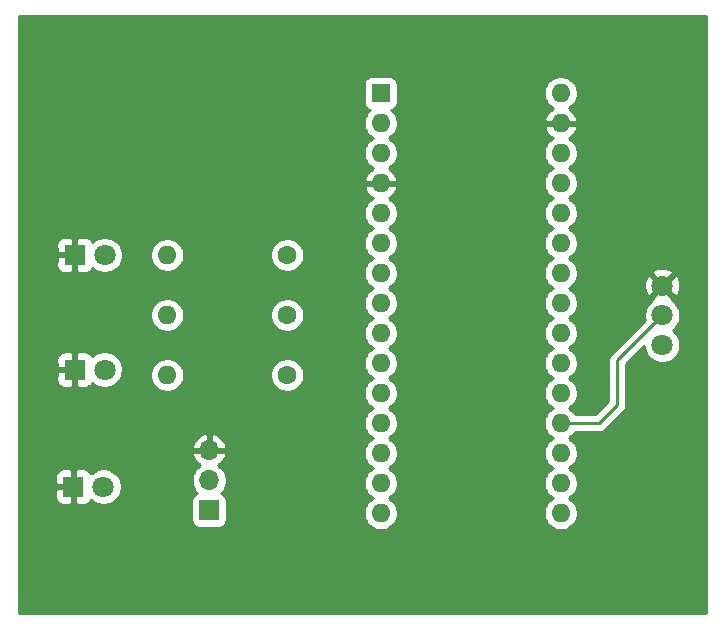
<source format=gbr>
%TF.GenerationSoftware,KiCad,Pcbnew,(5.1.10)-1*%
%TF.CreationDate,2021-09-20T09:52:30-07:00*%
%TF.ProjectId,BumbasiRylan_ElectronicSpeedController,42756d62-6173-4695-9279-6c616e5f456c,rev?*%
%TF.SameCoordinates,Original*%
%TF.FileFunction,Copper,L2,Bot*%
%TF.FilePolarity,Positive*%
%FSLAX46Y46*%
G04 Gerber Fmt 4.6, Leading zero omitted, Abs format (unit mm)*
G04 Created by KiCad (PCBNEW (5.1.10)-1) date 2021-09-20 09:52:30*
%MOMM*%
%LPD*%
G01*
G04 APERTURE LIST*
%TA.AperFunction,ComponentPad*%
%ADD10O,1.600000X1.600000*%
%TD*%
%TA.AperFunction,ComponentPad*%
%ADD11C,1.600000*%
%TD*%
%TA.AperFunction,ComponentPad*%
%ADD12C,1.800000*%
%TD*%
%TA.AperFunction,ComponentPad*%
%ADD13R,1.800000X1.800000*%
%TD*%
%TA.AperFunction,ComponentPad*%
%ADD14R,1.600000X1.600000*%
%TD*%
%TA.AperFunction,ComponentPad*%
%ADD15O,1.700000X1.700000*%
%TD*%
%TA.AperFunction,ComponentPad*%
%ADD16R,1.700000X1.700000*%
%TD*%
%TA.AperFunction,Conductor*%
%ADD17C,0.250000*%
%TD*%
%TA.AperFunction,Conductor*%
%ADD18C,0.254000*%
%TD*%
%TA.AperFunction,Conductor*%
%ADD19C,0.100000*%
%TD*%
G04 APERTURE END LIST*
D10*
%TO.P,R3,2*%
%TO.N,Net-(LED3-Pad2)*%
X116840000Y-106680000D03*
D11*
%TO.P,R3,1*%
%TO.N,/D4*%
X127000000Y-106680000D03*
%TD*%
D10*
%TO.P,R2,2*%
%TO.N,Net-(LED2-Pad2)*%
X116840000Y-101600000D03*
D11*
%TO.P,R2,1*%
%TO.N,/D3*%
X127000000Y-101600000D03*
%TD*%
D10*
%TO.P,R1,2*%
%TO.N,Net-(LED1-Pad2)*%
X116840000Y-96520000D03*
D11*
%TO.P,R1,1*%
%TO.N,/D2*%
X127000000Y-96520000D03*
%TD*%
D12*
%TO.P,LED3,2*%
%TO.N,Net-(LED3-Pad2)*%
X111440000Y-116130000D03*
D13*
%TO.P,LED3,1*%
%TO.N,GND*%
X108900000Y-116130000D03*
%TD*%
D12*
%TO.P,LED2,2*%
%TO.N,Net-(LED2-Pad2)*%
X111540000Y-106220000D03*
D13*
%TO.P,LED2,1*%
%TO.N,GND*%
X109000000Y-106220000D03*
%TD*%
D12*
%TO.P,LED1,2*%
%TO.N,Net-(LED1-Pad2)*%
X111540000Y-96520000D03*
D13*
%TO.P,LED1,1*%
%TO.N,GND*%
X109000000Y-96520000D03*
%TD*%
D10*
%TO.P,ArduinoNano1,16*%
%TO.N,Net-(ArduinoNano1-Pad16)*%
X150145001Y-118385001D03*
%TO.P,ArduinoNano1,15*%
%TO.N,Net-(ArduinoNano1-Pad15)*%
X134905001Y-118385001D03*
%TO.P,ArduinoNano1,30*%
%TO.N,Net-(ArduinoNano1-Pad30)*%
X150145001Y-82825001D03*
%TO.P,ArduinoNano1,14*%
%TO.N,Net-(ArduinoNano1-Pad14)*%
X134905001Y-115845001D03*
%TO.P,ArduinoNano1,29*%
%TO.N,GND*%
X150145001Y-85365001D03*
%TO.P,ArduinoNano1,13*%
%TO.N,/D10(PWM)*%
X134905001Y-113305001D03*
%TO.P,ArduinoNano1,28*%
%TO.N,Net-(ArduinoNano1-Pad28)*%
X150145001Y-87905001D03*
%TO.P,ArduinoNano1,12*%
%TO.N,Net-(ArduinoNano1-Pad12)*%
X134905001Y-110765001D03*
%TO.P,ArduinoNano1,27*%
%TO.N,/5V*%
X150145001Y-90445001D03*
%TO.P,ArduinoNano1,11*%
%TO.N,Net-(ArduinoNano1-Pad11)*%
X134905001Y-108225001D03*
%TO.P,ArduinoNano1,26*%
%TO.N,Net-(ArduinoNano1-Pad26)*%
X150145001Y-92985001D03*
%TO.P,ArduinoNano1,10*%
%TO.N,Net-(ArduinoNano1-Pad10)*%
X134905001Y-105685001D03*
%TO.P,ArduinoNano1,25*%
%TO.N,Net-(ArduinoNano1-Pad25)*%
X150145001Y-95525001D03*
%TO.P,ArduinoNano1,9*%
%TO.N,Net-(ArduinoNano1-Pad9)*%
X134905001Y-103145001D03*
%TO.P,ArduinoNano1,24*%
%TO.N,Net-(ArduinoNano1-Pad24)*%
X150145001Y-98065001D03*
%TO.P,ArduinoNano1,8*%
%TO.N,Net-(ArduinoNano1-Pad8)*%
X134905001Y-100605001D03*
%TO.P,ArduinoNano1,23*%
%TO.N,Net-(ArduinoNano1-Pad23)*%
X150145001Y-100605001D03*
%TO.P,ArduinoNano1,7*%
%TO.N,/D4*%
X134905001Y-98065001D03*
%TO.P,ArduinoNano1,22*%
%TO.N,Net-(ArduinoNano1-Pad22)*%
X150145001Y-103145001D03*
%TO.P,ArduinoNano1,6*%
%TO.N,/D3*%
X134905001Y-95525001D03*
%TO.P,ArduinoNano1,21*%
%TO.N,Net-(ArduinoNano1-Pad21)*%
X150145001Y-105685001D03*
%TO.P,ArduinoNano1,5*%
%TO.N,/D2*%
X134905001Y-92985001D03*
%TO.P,ArduinoNano1,20*%
%TO.N,Net-(ArduinoNano1-Pad20)*%
X150145001Y-108225001D03*
%TO.P,ArduinoNano1,4*%
%TO.N,GND*%
X134905001Y-90445001D03*
%TO.P,ArduinoNano1,19*%
%TO.N,/A0*%
X150145001Y-110765001D03*
%TO.P,ArduinoNano1,3*%
%TO.N,Net-(ArduinoNano1-Pad3)*%
X134905001Y-87905001D03*
%TO.P,ArduinoNano1,18*%
%TO.N,Net-(ArduinoNano1-Pad18)*%
X150145001Y-113305001D03*
%TO.P,ArduinoNano1,2*%
%TO.N,Net-(ArduinoNano1-Pad2)*%
X134905001Y-85365001D03*
%TO.P,ArduinoNano1,17*%
%TO.N,Net-(ArduinoNano1-Pad17)*%
X150145001Y-115845001D03*
D14*
%TO.P,ArduinoNano1,1*%
%TO.N,Net-(ArduinoNano1-Pad1)*%
X134905001Y-82825001D03*
%TD*%
D15*
%TO.P,ESC1,3*%
%TO.N,GND*%
X120380000Y-113060000D03*
%TO.P,ESC1,2*%
%TO.N,Net-(ESC1-Pad2)*%
X120380000Y-115600000D03*
D16*
%TO.P,ESC1,1*%
%TO.N,/D10(PWM)*%
X120380000Y-118140000D03*
%TD*%
D12*
%TO.P,POT1,1*%
%TO.N,/5V*%
X158750000Y-104140000D03*
%TO.P,POT1,2*%
%TO.N,/A0*%
X158750000Y-101640000D03*
%TO.P,POT1,3*%
%TO.N,GND*%
X158750000Y-99140000D03*
%TD*%
D17*
%TO.N,/A0*%
X154940000Y-109220000D02*
X153394999Y-110765001D01*
X153394999Y-110765001D02*
X150145001Y-110765001D01*
X154940000Y-105450000D02*
X154940000Y-109220000D01*
X158750000Y-101640000D02*
X154940000Y-105450000D01*
%TD*%
D18*
%TO.N,GND*%
X162433000Y-126873000D02*
X104267000Y-126873000D01*
X104267000Y-117030000D01*
X107361928Y-117030000D01*
X107374188Y-117154482D01*
X107410498Y-117274180D01*
X107469463Y-117384494D01*
X107548815Y-117481185D01*
X107645506Y-117560537D01*
X107755820Y-117619502D01*
X107875518Y-117655812D01*
X108000000Y-117668072D01*
X108614250Y-117665000D01*
X108773000Y-117506250D01*
X108773000Y-116257000D01*
X107523750Y-116257000D01*
X107365000Y-116415750D01*
X107361928Y-117030000D01*
X104267000Y-117030000D01*
X104267000Y-115230000D01*
X107361928Y-115230000D01*
X107365000Y-115844250D01*
X107523750Y-116003000D01*
X108773000Y-116003000D01*
X108773000Y-114753750D01*
X109027000Y-114753750D01*
X109027000Y-116003000D01*
X109047000Y-116003000D01*
X109047000Y-116257000D01*
X109027000Y-116257000D01*
X109027000Y-117506250D01*
X109185750Y-117665000D01*
X109800000Y-117668072D01*
X109924482Y-117655812D01*
X110044180Y-117619502D01*
X110154494Y-117560537D01*
X110251185Y-117481185D01*
X110330537Y-117384494D01*
X110389502Y-117274180D01*
X110395056Y-117255873D01*
X110461495Y-117322312D01*
X110712905Y-117490299D01*
X110992257Y-117606011D01*
X111288816Y-117665000D01*
X111591184Y-117665000D01*
X111887743Y-117606011D01*
X112167095Y-117490299D01*
X112418505Y-117322312D01*
X112450817Y-117290000D01*
X118891928Y-117290000D01*
X118891928Y-118990000D01*
X118904188Y-119114482D01*
X118940498Y-119234180D01*
X118999463Y-119344494D01*
X119078815Y-119441185D01*
X119175506Y-119520537D01*
X119285820Y-119579502D01*
X119405518Y-119615812D01*
X119530000Y-119628072D01*
X121230000Y-119628072D01*
X121354482Y-119615812D01*
X121474180Y-119579502D01*
X121584494Y-119520537D01*
X121681185Y-119441185D01*
X121760537Y-119344494D01*
X121819502Y-119234180D01*
X121855812Y-119114482D01*
X121868072Y-118990000D01*
X121868072Y-117290000D01*
X121855812Y-117165518D01*
X121819502Y-117045820D01*
X121760537Y-116935506D01*
X121681185Y-116838815D01*
X121584494Y-116759463D01*
X121474180Y-116700498D01*
X121401620Y-116678487D01*
X121533475Y-116546632D01*
X121695990Y-116303411D01*
X121807932Y-116033158D01*
X121865000Y-115746260D01*
X121865000Y-115453740D01*
X121807932Y-115166842D01*
X121695990Y-114896589D01*
X121533475Y-114653368D01*
X121326632Y-114446525D01*
X121144466Y-114324805D01*
X121261355Y-114255178D01*
X121477588Y-114060269D01*
X121651641Y-113826920D01*
X121776825Y-113564099D01*
X121821476Y-113416890D01*
X121700155Y-113187000D01*
X120507000Y-113187000D01*
X120507000Y-113207000D01*
X120253000Y-113207000D01*
X120253000Y-113187000D01*
X119059845Y-113187000D01*
X118938524Y-113416890D01*
X118983175Y-113564099D01*
X119108359Y-113826920D01*
X119282412Y-114060269D01*
X119498645Y-114255178D01*
X119615534Y-114324805D01*
X119433368Y-114446525D01*
X119226525Y-114653368D01*
X119064010Y-114896589D01*
X118952068Y-115166842D01*
X118895000Y-115453740D01*
X118895000Y-115746260D01*
X118952068Y-116033158D01*
X119064010Y-116303411D01*
X119226525Y-116546632D01*
X119358380Y-116678487D01*
X119285820Y-116700498D01*
X119175506Y-116759463D01*
X119078815Y-116838815D01*
X118999463Y-116935506D01*
X118940498Y-117045820D01*
X118904188Y-117165518D01*
X118891928Y-117290000D01*
X112450817Y-117290000D01*
X112632312Y-117108505D01*
X112800299Y-116857095D01*
X112916011Y-116577743D01*
X112975000Y-116281184D01*
X112975000Y-115978816D01*
X112916011Y-115682257D01*
X112800299Y-115402905D01*
X112632312Y-115151495D01*
X112418505Y-114937688D01*
X112167095Y-114769701D01*
X111887743Y-114653989D01*
X111591184Y-114595000D01*
X111288816Y-114595000D01*
X110992257Y-114653989D01*
X110712905Y-114769701D01*
X110461495Y-114937688D01*
X110395056Y-115004127D01*
X110389502Y-114985820D01*
X110330537Y-114875506D01*
X110251185Y-114778815D01*
X110154494Y-114699463D01*
X110044180Y-114640498D01*
X109924482Y-114604188D01*
X109800000Y-114591928D01*
X109185750Y-114595000D01*
X109027000Y-114753750D01*
X108773000Y-114753750D01*
X108614250Y-114595000D01*
X108000000Y-114591928D01*
X107875518Y-114604188D01*
X107755820Y-114640498D01*
X107645506Y-114699463D01*
X107548815Y-114778815D01*
X107469463Y-114875506D01*
X107410498Y-114985820D01*
X107374188Y-115105518D01*
X107361928Y-115230000D01*
X104267000Y-115230000D01*
X104267000Y-112703110D01*
X118938524Y-112703110D01*
X119059845Y-112933000D01*
X120253000Y-112933000D01*
X120253000Y-111739186D01*
X120507000Y-111739186D01*
X120507000Y-112933000D01*
X121700155Y-112933000D01*
X121821476Y-112703110D01*
X121776825Y-112555901D01*
X121651641Y-112293080D01*
X121477588Y-112059731D01*
X121261355Y-111864822D01*
X121011252Y-111715843D01*
X120736891Y-111618519D01*
X120507000Y-111739186D01*
X120253000Y-111739186D01*
X120023109Y-111618519D01*
X119748748Y-111715843D01*
X119498645Y-111864822D01*
X119282412Y-112059731D01*
X119108359Y-112293080D01*
X118983175Y-112555901D01*
X118938524Y-112703110D01*
X104267000Y-112703110D01*
X104267000Y-107120000D01*
X107461928Y-107120000D01*
X107474188Y-107244482D01*
X107510498Y-107364180D01*
X107569463Y-107474494D01*
X107648815Y-107571185D01*
X107745506Y-107650537D01*
X107855820Y-107709502D01*
X107975518Y-107745812D01*
X108100000Y-107758072D01*
X108714250Y-107755000D01*
X108873000Y-107596250D01*
X108873000Y-106347000D01*
X107623750Y-106347000D01*
X107465000Y-106505750D01*
X107461928Y-107120000D01*
X104267000Y-107120000D01*
X104267000Y-105320000D01*
X107461928Y-105320000D01*
X107465000Y-105934250D01*
X107623750Y-106093000D01*
X108873000Y-106093000D01*
X108873000Y-104843750D01*
X109127000Y-104843750D01*
X109127000Y-106093000D01*
X109147000Y-106093000D01*
X109147000Y-106347000D01*
X109127000Y-106347000D01*
X109127000Y-107596250D01*
X109285750Y-107755000D01*
X109900000Y-107758072D01*
X110024482Y-107745812D01*
X110144180Y-107709502D01*
X110254494Y-107650537D01*
X110351185Y-107571185D01*
X110430537Y-107474494D01*
X110489502Y-107364180D01*
X110495056Y-107345873D01*
X110561495Y-107412312D01*
X110812905Y-107580299D01*
X111092257Y-107696011D01*
X111388816Y-107755000D01*
X111691184Y-107755000D01*
X111987743Y-107696011D01*
X112267095Y-107580299D01*
X112518505Y-107412312D01*
X112732312Y-107198505D01*
X112900299Y-106947095D01*
X113016011Y-106667743D01*
X113041686Y-106538665D01*
X115405000Y-106538665D01*
X115405000Y-106821335D01*
X115460147Y-107098574D01*
X115568320Y-107359727D01*
X115725363Y-107594759D01*
X115925241Y-107794637D01*
X116160273Y-107951680D01*
X116421426Y-108059853D01*
X116698665Y-108115000D01*
X116981335Y-108115000D01*
X117258574Y-108059853D01*
X117519727Y-107951680D01*
X117754759Y-107794637D01*
X117954637Y-107594759D01*
X118111680Y-107359727D01*
X118219853Y-107098574D01*
X118275000Y-106821335D01*
X118275000Y-106538665D01*
X125565000Y-106538665D01*
X125565000Y-106821335D01*
X125620147Y-107098574D01*
X125728320Y-107359727D01*
X125885363Y-107594759D01*
X126085241Y-107794637D01*
X126320273Y-107951680D01*
X126581426Y-108059853D01*
X126858665Y-108115000D01*
X127141335Y-108115000D01*
X127418574Y-108059853D01*
X127679727Y-107951680D01*
X127914759Y-107794637D01*
X128114637Y-107594759D01*
X128271680Y-107359727D01*
X128379853Y-107098574D01*
X128435000Y-106821335D01*
X128435000Y-106538665D01*
X128379853Y-106261426D01*
X128271680Y-106000273D01*
X128114637Y-105765241D01*
X127914759Y-105565363D01*
X127679727Y-105408320D01*
X127418574Y-105300147D01*
X127141335Y-105245000D01*
X126858665Y-105245000D01*
X126581426Y-105300147D01*
X126320273Y-105408320D01*
X126085241Y-105565363D01*
X125885363Y-105765241D01*
X125728320Y-106000273D01*
X125620147Y-106261426D01*
X125565000Y-106538665D01*
X118275000Y-106538665D01*
X118219853Y-106261426D01*
X118111680Y-106000273D01*
X117954637Y-105765241D01*
X117754759Y-105565363D01*
X117519727Y-105408320D01*
X117258574Y-105300147D01*
X116981335Y-105245000D01*
X116698665Y-105245000D01*
X116421426Y-105300147D01*
X116160273Y-105408320D01*
X115925241Y-105565363D01*
X115725363Y-105765241D01*
X115568320Y-106000273D01*
X115460147Y-106261426D01*
X115405000Y-106538665D01*
X113041686Y-106538665D01*
X113075000Y-106371184D01*
X113075000Y-106068816D01*
X113016011Y-105772257D01*
X112900299Y-105492905D01*
X112732312Y-105241495D01*
X112518505Y-105027688D01*
X112267095Y-104859701D01*
X111987743Y-104743989D01*
X111691184Y-104685000D01*
X111388816Y-104685000D01*
X111092257Y-104743989D01*
X110812905Y-104859701D01*
X110561495Y-105027688D01*
X110495056Y-105094127D01*
X110489502Y-105075820D01*
X110430537Y-104965506D01*
X110351185Y-104868815D01*
X110254494Y-104789463D01*
X110144180Y-104730498D01*
X110024482Y-104694188D01*
X109900000Y-104681928D01*
X109285750Y-104685000D01*
X109127000Y-104843750D01*
X108873000Y-104843750D01*
X108714250Y-104685000D01*
X108100000Y-104681928D01*
X107975518Y-104694188D01*
X107855820Y-104730498D01*
X107745506Y-104789463D01*
X107648815Y-104868815D01*
X107569463Y-104965506D01*
X107510498Y-105075820D01*
X107474188Y-105195518D01*
X107461928Y-105320000D01*
X104267000Y-105320000D01*
X104267000Y-101458665D01*
X115405000Y-101458665D01*
X115405000Y-101741335D01*
X115460147Y-102018574D01*
X115568320Y-102279727D01*
X115725363Y-102514759D01*
X115925241Y-102714637D01*
X116160273Y-102871680D01*
X116421426Y-102979853D01*
X116698665Y-103035000D01*
X116981335Y-103035000D01*
X117258574Y-102979853D01*
X117519727Y-102871680D01*
X117754759Y-102714637D01*
X117954637Y-102514759D01*
X118111680Y-102279727D01*
X118219853Y-102018574D01*
X118275000Y-101741335D01*
X118275000Y-101458665D01*
X125565000Y-101458665D01*
X125565000Y-101741335D01*
X125620147Y-102018574D01*
X125728320Y-102279727D01*
X125885363Y-102514759D01*
X126085241Y-102714637D01*
X126320273Y-102871680D01*
X126581426Y-102979853D01*
X126858665Y-103035000D01*
X127141335Y-103035000D01*
X127418574Y-102979853D01*
X127679727Y-102871680D01*
X127914759Y-102714637D01*
X128114637Y-102514759D01*
X128271680Y-102279727D01*
X128379853Y-102018574D01*
X128435000Y-101741335D01*
X128435000Y-101458665D01*
X128379853Y-101181426D01*
X128271680Y-100920273D01*
X128114637Y-100685241D01*
X127914759Y-100485363D01*
X127679727Y-100328320D01*
X127418574Y-100220147D01*
X127141335Y-100165000D01*
X126858665Y-100165000D01*
X126581426Y-100220147D01*
X126320273Y-100328320D01*
X126085241Y-100485363D01*
X125885363Y-100685241D01*
X125728320Y-100920273D01*
X125620147Y-101181426D01*
X125565000Y-101458665D01*
X118275000Y-101458665D01*
X118219853Y-101181426D01*
X118111680Y-100920273D01*
X117954637Y-100685241D01*
X117754759Y-100485363D01*
X117519727Y-100328320D01*
X117258574Y-100220147D01*
X116981335Y-100165000D01*
X116698665Y-100165000D01*
X116421426Y-100220147D01*
X116160273Y-100328320D01*
X115925241Y-100485363D01*
X115725363Y-100685241D01*
X115568320Y-100920273D01*
X115460147Y-101181426D01*
X115405000Y-101458665D01*
X104267000Y-101458665D01*
X104267000Y-97420000D01*
X107461928Y-97420000D01*
X107474188Y-97544482D01*
X107510498Y-97664180D01*
X107569463Y-97774494D01*
X107648815Y-97871185D01*
X107745506Y-97950537D01*
X107855820Y-98009502D01*
X107975518Y-98045812D01*
X108100000Y-98058072D01*
X108714250Y-98055000D01*
X108873000Y-97896250D01*
X108873000Y-96647000D01*
X107623750Y-96647000D01*
X107465000Y-96805750D01*
X107461928Y-97420000D01*
X104267000Y-97420000D01*
X104267000Y-95620000D01*
X107461928Y-95620000D01*
X107465000Y-96234250D01*
X107623750Y-96393000D01*
X108873000Y-96393000D01*
X108873000Y-95143750D01*
X109127000Y-95143750D01*
X109127000Y-96393000D01*
X109147000Y-96393000D01*
X109147000Y-96647000D01*
X109127000Y-96647000D01*
X109127000Y-97896250D01*
X109285750Y-98055000D01*
X109900000Y-98058072D01*
X110024482Y-98045812D01*
X110144180Y-98009502D01*
X110254494Y-97950537D01*
X110351185Y-97871185D01*
X110430537Y-97774494D01*
X110489502Y-97664180D01*
X110495056Y-97645873D01*
X110561495Y-97712312D01*
X110812905Y-97880299D01*
X111092257Y-97996011D01*
X111388816Y-98055000D01*
X111691184Y-98055000D01*
X111987743Y-97996011D01*
X112267095Y-97880299D01*
X112518505Y-97712312D01*
X112732312Y-97498505D01*
X112900299Y-97247095D01*
X113016011Y-96967743D01*
X113075000Y-96671184D01*
X113075000Y-96378665D01*
X115405000Y-96378665D01*
X115405000Y-96661335D01*
X115460147Y-96938574D01*
X115568320Y-97199727D01*
X115725363Y-97434759D01*
X115925241Y-97634637D01*
X116160273Y-97791680D01*
X116421426Y-97899853D01*
X116698665Y-97955000D01*
X116981335Y-97955000D01*
X117258574Y-97899853D01*
X117519727Y-97791680D01*
X117754759Y-97634637D01*
X117954637Y-97434759D01*
X118111680Y-97199727D01*
X118219853Y-96938574D01*
X118275000Y-96661335D01*
X118275000Y-96378665D01*
X125565000Y-96378665D01*
X125565000Y-96661335D01*
X125620147Y-96938574D01*
X125728320Y-97199727D01*
X125885363Y-97434759D01*
X126085241Y-97634637D01*
X126320273Y-97791680D01*
X126581426Y-97899853D01*
X126858665Y-97955000D01*
X127141335Y-97955000D01*
X127418574Y-97899853D01*
X127679727Y-97791680D01*
X127914759Y-97634637D01*
X128114637Y-97434759D01*
X128271680Y-97199727D01*
X128379853Y-96938574D01*
X128435000Y-96661335D01*
X128435000Y-96378665D01*
X128379853Y-96101426D01*
X128271680Y-95840273D01*
X128114637Y-95605241D01*
X127914759Y-95405363D01*
X127679727Y-95248320D01*
X127418574Y-95140147D01*
X127141335Y-95085000D01*
X126858665Y-95085000D01*
X126581426Y-95140147D01*
X126320273Y-95248320D01*
X126085241Y-95405363D01*
X125885363Y-95605241D01*
X125728320Y-95840273D01*
X125620147Y-96101426D01*
X125565000Y-96378665D01*
X118275000Y-96378665D01*
X118219853Y-96101426D01*
X118111680Y-95840273D01*
X117954637Y-95605241D01*
X117754759Y-95405363D01*
X117519727Y-95248320D01*
X117258574Y-95140147D01*
X116981335Y-95085000D01*
X116698665Y-95085000D01*
X116421426Y-95140147D01*
X116160273Y-95248320D01*
X115925241Y-95405363D01*
X115725363Y-95605241D01*
X115568320Y-95840273D01*
X115460147Y-96101426D01*
X115405000Y-96378665D01*
X113075000Y-96378665D01*
X113075000Y-96368816D01*
X113016011Y-96072257D01*
X112900299Y-95792905D01*
X112732312Y-95541495D01*
X112518505Y-95327688D01*
X112267095Y-95159701D01*
X111987743Y-95043989D01*
X111691184Y-94985000D01*
X111388816Y-94985000D01*
X111092257Y-95043989D01*
X110812905Y-95159701D01*
X110561495Y-95327688D01*
X110495056Y-95394127D01*
X110489502Y-95375820D01*
X110430537Y-95265506D01*
X110351185Y-95168815D01*
X110254494Y-95089463D01*
X110144180Y-95030498D01*
X110024482Y-94994188D01*
X109900000Y-94981928D01*
X109285750Y-94985000D01*
X109127000Y-95143750D01*
X108873000Y-95143750D01*
X108714250Y-94985000D01*
X108100000Y-94981928D01*
X107975518Y-94994188D01*
X107855820Y-95030498D01*
X107745506Y-95089463D01*
X107648815Y-95168815D01*
X107569463Y-95265506D01*
X107510498Y-95375820D01*
X107474188Y-95495518D01*
X107461928Y-95620000D01*
X104267000Y-95620000D01*
X104267000Y-92843666D01*
X133470001Y-92843666D01*
X133470001Y-93126336D01*
X133525148Y-93403575D01*
X133633321Y-93664728D01*
X133790364Y-93899760D01*
X133990242Y-94099638D01*
X134222760Y-94255001D01*
X133990242Y-94410364D01*
X133790364Y-94610242D01*
X133633321Y-94845274D01*
X133525148Y-95106427D01*
X133470001Y-95383666D01*
X133470001Y-95666336D01*
X133525148Y-95943575D01*
X133633321Y-96204728D01*
X133790364Y-96439760D01*
X133990242Y-96639638D01*
X134222760Y-96795001D01*
X133990242Y-96950364D01*
X133790364Y-97150242D01*
X133633321Y-97385274D01*
X133525148Y-97646427D01*
X133470001Y-97923666D01*
X133470001Y-98206336D01*
X133525148Y-98483575D01*
X133633321Y-98744728D01*
X133790364Y-98979760D01*
X133990242Y-99179638D01*
X134222760Y-99335001D01*
X133990242Y-99490364D01*
X133790364Y-99690242D01*
X133633321Y-99925274D01*
X133525148Y-100186427D01*
X133470001Y-100463666D01*
X133470001Y-100746336D01*
X133525148Y-101023575D01*
X133633321Y-101284728D01*
X133790364Y-101519760D01*
X133990242Y-101719638D01*
X134222760Y-101875001D01*
X133990242Y-102030364D01*
X133790364Y-102230242D01*
X133633321Y-102465274D01*
X133525148Y-102726427D01*
X133470001Y-103003666D01*
X133470001Y-103286336D01*
X133525148Y-103563575D01*
X133633321Y-103824728D01*
X133790364Y-104059760D01*
X133990242Y-104259638D01*
X134222760Y-104415001D01*
X133990242Y-104570364D01*
X133790364Y-104770242D01*
X133633321Y-105005274D01*
X133525148Y-105266427D01*
X133470001Y-105543666D01*
X133470001Y-105826336D01*
X133525148Y-106103575D01*
X133633321Y-106364728D01*
X133790364Y-106599760D01*
X133990242Y-106799638D01*
X134222760Y-106955001D01*
X133990242Y-107110364D01*
X133790364Y-107310242D01*
X133633321Y-107545274D01*
X133525148Y-107806427D01*
X133470001Y-108083666D01*
X133470001Y-108366336D01*
X133525148Y-108643575D01*
X133633321Y-108904728D01*
X133790364Y-109139760D01*
X133990242Y-109339638D01*
X134222760Y-109495001D01*
X133990242Y-109650364D01*
X133790364Y-109850242D01*
X133633321Y-110085274D01*
X133525148Y-110346427D01*
X133470001Y-110623666D01*
X133470001Y-110906336D01*
X133525148Y-111183575D01*
X133633321Y-111444728D01*
X133790364Y-111679760D01*
X133990242Y-111879638D01*
X134222760Y-112035001D01*
X133990242Y-112190364D01*
X133790364Y-112390242D01*
X133633321Y-112625274D01*
X133525148Y-112886427D01*
X133470001Y-113163666D01*
X133470001Y-113446336D01*
X133525148Y-113723575D01*
X133633321Y-113984728D01*
X133790364Y-114219760D01*
X133990242Y-114419638D01*
X134222760Y-114575001D01*
X133990242Y-114730364D01*
X133790364Y-114930242D01*
X133633321Y-115165274D01*
X133525148Y-115426427D01*
X133470001Y-115703666D01*
X133470001Y-115986336D01*
X133525148Y-116263575D01*
X133633321Y-116524728D01*
X133790364Y-116759760D01*
X133990242Y-116959638D01*
X134222760Y-117115001D01*
X133990242Y-117270364D01*
X133790364Y-117470242D01*
X133633321Y-117705274D01*
X133525148Y-117966427D01*
X133470001Y-118243666D01*
X133470001Y-118526336D01*
X133525148Y-118803575D01*
X133633321Y-119064728D01*
X133790364Y-119299760D01*
X133990242Y-119499638D01*
X134225274Y-119656681D01*
X134486427Y-119764854D01*
X134763666Y-119820001D01*
X135046336Y-119820001D01*
X135323575Y-119764854D01*
X135584728Y-119656681D01*
X135819760Y-119499638D01*
X136019638Y-119299760D01*
X136176681Y-119064728D01*
X136284854Y-118803575D01*
X136340001Y-118526336D01*
X136340001Y-118243666D01*
X136284854Y-117966427D01*
X136176681Y-117705274D01*
X136019638Y-117470242D01*
X135819760Y-117270364D01*
X135587242Y-117115001D01*
X135819760Y-116959638D01*
X136019638Y-116759760D01*
X136176681Y-116524728D01*
X136284854Y-116263575D01*
X136340001Y-115986336D01*
X136340001Y-115703666D01*
X136284854Y-115426427D01*
X136176681Y-115165274D01*
X136019638Y-114930242D01*
X135819760Y-114730364D01*
X135587242Y-114575001D01*
X135819760Y-114419638D01*
X136019638Y-114219760D01*
X136176681Y-113984728D01*
X136284854Y-113723575D01*
X136340001Y-113446336D01*
X136340001Y-113163666D01*
X136284854Y-112886427D01*
X136176681Y-112625274D01*
X136019638Y-112390242D01*
X135819760Y-112190364D01*
X135587242Y-112035001D01*
X135819760Y-111879638D01*
X136019638Y-111679760D01*
X136176681Y-111444728D01*
X136284854Y-111183575D01*
X136340001Y-110906336D01*
X136340001Y-110623666D01*
X136284854Y-110346427D01*
X136176681Y-110085274D01*
X136019638Y-109850242D01*
X135819760Y-109650364D01*
X135587242Y-109495001D01*
X135819760Y-109339638D01*
X136019638Y-109139760D01*
X136176681Y-108904728D01*
X136284854Y-108643575D01*
X136340001Y-108366336D01*
X136340001Y-108083666D01*
X136284854Y-107806427D01*
X136176681Y-107545274D01*
X136019638Y-107310242D01*
X135819760Y-107110364D01*
X135587242Y-106955001D01*
X135819760Y-106799638D01*
X136019638Y-106599760D01*
X136176681Y-106364728D01*
X136284854Y-106103575D01*
X136340001Y-105826336D01*
X136340001Y-105543666D01*
X136284854Y-105266427D01*
X136176681Y-105005274D01*
X136019638Y-104770242D01*
X135819760Y-104570364D01*
X135587242Y-104415001D01*
X135819760Y-104259638D01*
X136019638Y-104059760D01*
X136176681Y-103824728D01*
X136284854Y-103563575D01*
X136340001Y-103286336D01*
X136340001Y-103003666D01*
X136284854Y-102726427D01*
X136176681Y-102465274D01*
X136019638Y-102230242D01*
X135819760Y-102030364D01*
X135587242Y-101875001D01*
X135819760Y-101719638D01*
X136019638Y-101519760D01*
X136176681Y-101284728D01*
X136284854Y-101023575D01*
X136340001Y-100746336D01*
X136340001Y-100463666D01*
X136284854Y-100186427D01*
X136176681Y-99925274D01*
X136019638Y-99690242D01*
X135819760Y-99490364D01*
X135587242Y-99335001D01*
X135819760Y-99179638D01*
X136019638Y-98979760D01*
X136176681Y-98744728D01*
X136284854Y-98483575D01*
X136340001Y-98206336D01*
X136340001Y-97923666D01*
X136284854Y-97646427D01*
X136176681Y-97385274D01*
X136019638Y-97150242D01*
X135819760Y-96950364D01*
X135587242Y-96795001D01*
X135819760Y-96639638D01*
X136019638Y-96439760D01*
X136176681Y-96204728D01*
X136284854Y-95943575D01*
X136340001Y-95666336D01*
X136340001Y-95383666D01*
X136284854Y-95106427D01*
X136176681Y-94845274D01*
X136019638Y-94610242D01*
X135819760Y-94410364D01*
X135587242Y-94255001D01*
X135819760Y-94099638D01*
X136019638Y-93899760D01*
X136176681Y-93664728D01*
X136284854Y-93403575D01*
X136340001Y-93126336D01*
X136340001Y-92843666D01*
X136284854Y-92566427D01*
X136176681Y-92305274D01*
X136019638Y-92070242D01*
X135819760Y-91870364D01*
X135584728Y-91713321D01*
X135574136Y-91708934D01*
X135760132Y-91597386D01*
X135968520Y-91408415D01*
X136136038Y-91182421D01*
X136256247Y-90928088D01*
X136296905Y-90794040D01*
X136174916Y-90572001D01*
X135032001Y-90572001D01*
X135032001Y-90592001D01*
X134778001Y-90592001D01*
X134778001Y-90572001D01*
X133635086Y-90572001D01*
X133513097Y-90794040D01*
X133553755Y-90928088D01*
X133673964Y-91182421D01*
X133841482Y-91408415D01*
X134049870Y-91597386D01*
X134235866Y-91708934D01*
X134225274Y-91713321D01*
X133990242Y-91870364D01*
X133790364Y-92070242D01*
X133633321Y-92305274D01*
X133525148Y-92566427D01*
X133470001Y-92843666D01*
X104267000Y-92843666D01*
X104267000Y-82025001D01*
X133466929Y-82025001D01*
X133466929Y-83625001D01*
X133479189Y-83749483D01*
X133515499Y-83869181D01*
X133574464Y-83979495D01*
X133653816Y-84076186D01*
X133750507Y-84155538D01*
X133860821Y-84214503D01*
X133980519Y-84250813D01*
X133988962Y-84251644D01*
X133790364Y-84450242D01*
X133633321Y-84685274D01*
X133525148Y-84946427D01*
X133470001Y-85223666D01*
X133470001Y-85506336D01*
X133525148Y-85783575D01*
X133633321Y-86044728D01*
X133790364Y-86279760D01*
X133990242Y-86479638D01*
X134222760Y-86635001D01*
X133990242Y-86790364D01*
X133790364Y-86990242D01*
X133633321Y-87225274D01*
X133525148Y-87486427D01*
X133470001Y-87763666D01*
X133470001Y-88046336D01*
X133525148Y-88323575D01*
X133633321Y-88584728D01*
X133790364Y-88819760D01*
X133990242Y-89019638D01*
X134225274Y-89176681D01*
X134235866Y-89181068D01*
X134049870Y-89292616D01*
X133841482Y-89481587D01*
X133673964Y-89707581D01*
X133553755Y-89961914D01*
X133513097Y-90095962D01*
X133635086Y-90318001D01*
X134778001Y-90318001D01*
X134778001Y-90298001D01*
X135032001Y-90298001D01*
X135032001Y-90318001D01*
X136174916Y-90318001D01*
X136296905Y-90095962D01*
X136256247Y-89961914D01*
X136136038Y-89707581D01*
X135968520Y-89481587D01*
X135760132Y-89292616D01*
X135574136Y-89181068D01*
X135584728Y-89176681D01*
X135819760Y-89019638D01*
X136019638Y-88819760D01*
X136176681Y-88584728D01*
X136284854Y-88323575D01*
X136340001Y-88046336D01*
X136340001Y-87763666D01*
X148710001Y-87763666D01*
X148710001Y-88046336D01*
X148765148Y-88323575D01*
X148873321Y-88584728D01*
X149030364Y-88819760D01*
X149230242Y-89019638D01*
X149462760Y-89175001D01*
X149230242Y-89330364D01*
X149030364Y-89530242D01*
X148873321Y-89765274D01*
X148765148Y-90026427D01*
X148710001Y-90303666D01*
X148710001Y-90586336D01*
X148765148Y-90863575D01*
X148873321Y-91124728D01*
X149030364Y-91359760D01*
X149230242Y-91559638D01*
X149462760Y-91715001D01*
X149230242Y-91870364D01*
X149030364Y-92070242D01*
X148873321Y-92305274D01*
X148765148Y-92566427D01*
X148710001Y-92843666D01*
X148710001Y-93126336D01*
X148765148Y-93403575D01*
X148873321Y-93664728D01*
X149030364Y-93899760D01*
X149230242Y-94099638D01*
X149462760Y-94255001D01*
X149230242Y-94410364D01*
X149030364Y-94610242D01*
X148873321Y-94845274D01*
X148765148Y-95106427D01*
X148710001Y-95383666D01*
X148710001Y-95666336D01*
X148765148Y-95943575D01*
X148873321Y-96204728D01*
X149030364Y-96439760D01*
X149230242Y-96639638D01*
X149462760Y-96795001D01*
X149230242Y-96950364D01*
X149030364Y-97150242D01*
X148873321Y-97385274D01*
X148765148Y-97646427D01*
X148710001Y-97923666D01*
X148710001Y-98206336D01*
X148765148Y-98483575D01*
X148873321Y-98744728D01*
X149030364Y-98979760D01*
X149230242Y-99179638D01*
X149462760Y-99335001D01*
X149230242Y-99490364D01*
X149030364Y-99690242D01*
X148873321Y-99925274D01*
X148765148Y-100186427D01*
X148710001Y-100463666D01*
X148710001Y-100746336D01*
X148765148Y-101023575D01*
X148873321Y-101284728D01*
X149030364Y-101519760D01*
X149230242Y-101719638D01*
X149462760Y-101875001D01*
X149230242Y-102030364D01*
X149030364Y-102230242D01*
X148873321Y-102465274D01*
X148765148Y-102726427D01*
X148710001Y-103003666D01*
X148710001Y-103286336D01*
X148765148Y-103563575D01*
X148873321Y-103824728D01*
X149030364Y-104059760D01*
X149230242Y-104259638D01*
X149462760Y-104415001D01*
X149230242Y-104570364D01*
X149030364Y-104770242D01*
X148873321Y-105005274D01*
X148765148Y-105266427D01*
X148710001Y-105543666D01*
X148710001Y-105826336D01*
X148765148Y-106103575D01*
X148873321Y-106364728D01*
X149030364Y-106599760D01*
X149230242Y-106799638D01*
X149462760Y-106955001D01*
X149230242Y-107110364D01*
X149030364Y-107310242D01*
X148873321Y-107545274D01*
X148765148Y-107806427D01*
X148710001Y-108083666D01*
X148710001Y-108366336D01*
X148765148Y-108643575D01*
X148873321Y-108904728D01*
X149030364Y-109139760D01*
X149230242Y-109339638D01*
X149462760Y-109495001D01*
X149230242Y-109650364D01*
X149030364Y-109850242D01*
X148873321Y-110085274D01*
X148765148Y-110346427D01*
X148710001Y-110623666D01*
X148710001Y-110906336D01*
X148765148Y-111183575D01*
X148873321Y-111444728D01*
X149030364Y-111679760D01*
X149230242Y-111879638D01*
X149462760Y-112035001D01*
X149230242Y-112190364D01*
X149030364Y-112390242D01*
X148873321Y-112625274D01*
X148765148Y-112886427D01*
X148710001Y-113163666D01*
X148710001Y-113446336D01*
X148765148Y-113723575D01*
X148873321Y-113984728D01*
X149030364Y-114219760D01*
X149230242Y-114419638D01*
X149462760Y-114575001D01*
X149230242Y-114730364D01*
X149030364Y-114930242D01*
X148873321Y-115165274D01*
X148765148Y-115426427D01*
X148710001Y-115703666D01*
X148710001Y-115986336D01*
X148765148Y-116263575D01*
X148873321Y-116524728D01*
X149030364Y-116759760D01*
X149230242Y-116959638D01*
X149462760Y-117115001D01*
X149230242Y-117270364D01*
X149030364Y-117470242D01*
X148873321Y-117705274D01*
X148765148Y-117966427D01*
X148710001Y-118243666D01*
X148710001Y-118526336D01*
X148765148Y-118803575D01*
X148873321Y-119064728D01*
X149030364Y-119299760D01*
X149230242Y-119499638D01*
X149465274Y-119656681D01*
X149726427Y-119764854D01*
X150003666Y-119820001D01*
X150286336Y-119820001D01*
X150563575Y-119764854D01*
X150824728Y-119656681D01*
X151059760Y-119499638D01*
X151259638Y-119299760D01*
X151416681Y-119064728D01*
X151524854Y-118803575D01*
X151580001Y-118526336D01*
X151580001Y-118243666D01*
X151524854Y-117966427D01*
X151416681Y-117705274D01*
X151259638Y-117470242D01*
X151059760Y-117270364D01*
X150827242Y-117115001D01*
X151059760Y-116959638D01*
X151259638Y-116759760D01*
X151416681Y-116524728D01*
X151524854Y-116263575D01*
X151580001Y-115986336D01*
X151580001Y-115703666D01*
X151524854Y-115426427D01*
X151416681Y-115165274D01*
X151259638Y-114930242D01*
X151059760Y-114730364D01*
X150827242Y-114575001D01*
X151059760Y-114419638D01*
X151259638Y-114219760D01*
X151416681Y-113984728D01*
X151524854Y-113723575D01*
X151580001Y-113446336D01*
X151580001Y-113163666D01*
X151524854Y-112886427D01*
X151416681Y-112625274D01*
X151259638Y-112390242D01*
X151059760Y-112190364D01*
X150827242Y-112035001D01*
X151059760Y-111879638D01*
X151259638Y-111679760D01*
X151363044Y-111525001D01*
X153357677Y-111525001D01*
X153394999Y-111528677D01*
X153432321Y-111525001D01*
X153432332Y-111525001D01*
X153543985Y-111514004D01*
X153687246Y-111470547D01*
X153819275Y-111399975D01*
X153935000Y-111305002D01*
X153958803Y-111275998D01*
X155451003Y-109783799D01*
X155480001Y-109760001D01*
X155574974Y-109644276D01*
X155645546Y-109512247D01*
X155689003Y-109368986D01*
X155700000Y-109257333D01*
X155700000Y-109257324D01*
X155703676Y-109220001D01*
X155700000Y-109182678D01*
X155700000Y-105764801D01*
X157215000Y-104249801D01*
X157215000Y-104291184D01*
X157273989Y-104587743D01*
X157389701Y-104867095D01*
X157557688Y-105118505D01*
X157771495Y-105332312D01*
X158022905Y-105500299D01*
X158302257Y-105616011D01*
X158598816Y-105675000D01*
X158901184Y-105675000D01*
X159197743Y-105616011D01*
X159477095Y-105500299D01*
X159728505Y-105332312D01*
X159942312Y-105118505D01*
X160110299Y-104867095D01*
X160226011Y-104587743D01*
X160285000Y-104291184D01*
X160285000Y-103988816D01*
X160226011Y-103692257D01*
X160110299Y-103412905D01*
X159942312Y-103161495D01*
X159728505Y-102947688D01*
X159642169Y-102890000D01*
X159728505Y-102832312D01*
X159942312Y-102618505D01*
X160110299Y-102367095D01*
X160226011Y-102087743D01*
X160285000Y-101791184D01*
X160285000Y-101488816D01*
X160226011Y-101192257D01*
X160110299Y-100912905D01*
X159942312Y-100661495D01*
X159728505Y-100447688D01*
X159585690Y-100352262D01*
X159634475Y-100204080D01*
X158750000Y-99319605D01*
X157865525Y-100204080D01*
X157914310Y-100352262D01*
X157771495Y-100447688D01*
X157557688Y-100661495D01*
X157389701Y-100912905D01*
X157273989Y-101192257D01*
X157215000Y-101488816D01*
X157215000Y-101791184D01*
X157266269Y-102048930D01*
X154429003Y-104886196D01*
X154399999Y-104909999D01*
X154354446Y-104965506D01*
X154305026Y-105025724D01*
X154278249Y-105075820D01*
X154234454Y-105157754D01*
X154190997Y-105301015D01*
X154180000Y-105412668D01*
X154180000Y-105412678D01*
X154176324Y-105450000D01*
X154180000Y-105487323D01*
X154180001Y-108905197D01*
X153080198Y-110005001D01*
X151363044Y-110005001D01*
X151259638Y-109850242D01*
X151059760Y-109650364D01*
X150827242Y-109495001D01*
X151059760Y-109339638D01*
X151259638Y-109139760D01*
X151416681Y-108904728D01*
X151524854Y-108643575D01*
X151580001Y-108366336D01*
X151580001Y-108083666D01*
X151524854Y-107806427D01*
X151416681Y-107545274D01*
X151259638Y-107310242D01*
X151059760Y-107110364D01*
X150827242Y-106955001D01*
X151059760Y-106799638D01*
X151259638Y-106599760D01*
X151416681Y-106364728D01*
X151524854Y-106103575D01*
X151580001Y-105826336D01*
X151580001Y-105543666D01*
X151524854Y-105266427D01*
X151416681Y-105005274D01*
X151259638Y-104770242D01*
X151059760Y-104570364D01*
X150827242Y-104415001D01*
X151059760Y-104259638D01*
X151259638Y-104059760D01*
X151416681Y-103824728D01*
X151524854Y-103563575D01*
X151580001Y-103286336D01*
X151580001Y-103003666D01*
X151524854Y-102726427D01*
X151416681Y-102465274D01*
X151259638Y-102230242D01*
X151059760Y-102030364D01*
X150827242Y-101875001D01*
X151059760Y-101719638D01*
X151259638Y-101519760D01*
X151416681Y-101284728D01*
X151524854Y-101023575D01*
X151580001Y-100746336D01*
X151580001Y-100463666D01*
X151524854Y-100186427D01*
X151416681Y-99925274D01*
X151259638Y-99690242D01*
X151059760Y-99490364D01*
X150827242Y-99335001D01*
X151019478Y-99206553D01*
X157209009Y-99206553D01*
X157251603Y-99505907D01*
X157351778Y-99791199D01*
X157431739Y-99940792D01*
X157685920Y-100024475D01*
X158570395Y-99140000D01*
X158929605Y-99140000D01*
X159814080Y-100024475D01*
X160068261Y-99940792D01*
X160199158Y-99668225D01*
X160274365Y-99375358D01*
X160290991Y-99073447D01*
X160248397Y-98774093D01*
X160148222Y-98488801D01*
X160068261Y-98339208D01*
X159814080Y-98255525D01*
X158929605Y-99140000D01*
X158570395Y-99140000D01*
X157685920Y-98255525D01*
X157431739Y-98339208D01*
X157300842Y-98611775D01*
X157225635Y-98904642D01*
X157209009Y-99206553D01*
X151019478Y-99206553D01*
X151059760Y-99179638D01*
X151259638Y-98979760D01*
X151416681Y-98744728D01*
X151524854Y-98483575D01*
X151580001Y-98206336D01*
X151580001Y-98075920D01*
X157865525Y-98075920D01*
X158750000Y-98960395D01*
X159634475Y-98075920D01*
X159550792Y-97821739D01*
X159278225Y-97690842D01*
X158985358Y-97615635D01*
X158683447Y-97599009D01*
X158384093Y-97641603D01*
X158098801Y-97741778D01*
X157949208Y-97821739D01*
X157865525Y-98075920D01*
X151580001Y-98075920D01*
X151580001Y-97923666D01*
X151524854Y-97646427D01*
X151416681Y-97385274D01*
X151259638Y-97150242D01*
X151059760Y-96950364D01*
X150827242Y-96795001D01*
X151059760Y-96639638D01*
X151259638Y-96439760D01*
X151416681Y-96204728D01*
X151524854Y-95943575D01*
X151580001Y-95666336D01*
X151580001Y-95383666D01*
X151524854Y-95106427D01*
X151416681Y-94845274D01*
X151259638Y-94610242D01*
X151059760Y-94410364D01*
X150827242Y-94255001D01*
X151059760Y-94099638D01*
X151259638Y-93899760D01*
X151416681Y-93664728D01*
X151524854Y-93403575D01*
X151580001Y-93126336D01*
X151580001Y-92843666D01*
X151524854Y-92566427D01*
X151416681Y-92305274D01*
X151259638Y-92070242D01*
X151059760Y-91870364D01*
X150827242Y-91715001D01*
X151059760Y-91559638D01*
X151259638Y-91359760D01*
X151416681Y-91124728D01*
X151524854Y-90863575D01*
X151580001Y-90586336D01*
X151580001Y-90303666D01*
X151524854Y-90026427D01*
X151416681Y-89765274D01*
X151259638Y-89530242D01*
X151059760Y-89330364D01*
X150827242Y-89175001D01*
X151059760Y-89019638D01*
X151259638Y-88819760D01*
X151416681Y-88584728D01*
X151524854Y-88323575D01*
X151580001Y-88046336D01*
X151580001Y-87763666D01*
X151524854Y-87486427D01*
X151416681Y-87225274D01*
X151259638Y-86990242D01*
X151059760Y-86790364D01*
X150824728Y-86633321D01*
X150814136Y-86628934D01*
X151000132Y-86517386D01*
X151208520Y-86328415D01*
X151376038Y-86102421D01*
X151496247Y-85848088D01*
X151536905Y-85714040D01*
X151414916Y-85492001D01*
X150272001Y-85492001D01*
X150272001Y-85512001D01*
X150018001Y-85512001D01*
X150018001Y-85492001D01*
X148875086Y-85492001D01*
X148753097Y-85714040D01*
X148793755Y-85848088D01*
X148913964Y-86102421D01*
X149081482Y-86328415D01*
X149289870Y-86517386D01*
X149475866Y-86628934D01*
X149465274Y-86633321D01*
X149230242Y-86790364D01*
X149030364Y-86990242D01*
X148873321Y-87225274D01*
X148765148Y-87486427D01*
X148710001Y-87763666D01*
X136340001Y-87763666D01*
X136284854Y-87486427D01*
X136176681Y-87225274D01*
X136019638Y-86990242D01*
X135819760Y-86790364D01*
X135587242Y-86635001D01*
X135819760Y-86479638D01*
X136019638Y-86279760D01*
X136176681Y-86044728D01*
X136284854Y-85783575D01*
X136340001Y-85506336D01*
X136340001Y-85223666D01*
X136284854Y-84946427D01*
X136176681Y-84685274D01*
X136019638Y-84450242D01*
X135821040Y-84251644D01*
X135829483Y-84250813D01*
X135949181Y-84214503D01*
X136059495Y-84155538D01*
X136156186Y-84076186D01*
X136235538Y-83979495D01*
X136294503Y-83869181D01*
X136330813Y-83749483D01*
X136343073Y-83625001D01*
X136343073Y-82683666D01*
X148710001Y-82683666D01*
X148710001Y-82966336D01*
X148765148Y-83243575D01*
X148873321Y-83504728D01*
X149030364Y-83739760D01*
X149230242Y-83939638D01*
X149465274Y-84096681D01*
X149475866Y-84101068D01*
X149289870Y-84212616D01*
X149081482Y-84401587D01*
X148913964Y-84627581D01*
X148793755Y-84881914D01*
X148753097Y-85015962D01*
X148875086Y-85238001D01*
X150018001Y-85238001D01*
X150018001Y-85218001D01*
X150272001Y-85218001D01*
X150272001Y-85238001D01*
X151414916Y-85238001D01*
X151536905Y-85015962D01*
X151496247Y-84881914D01*
X151376038Y-84627581D01*
X151208520Y-84401587D01*
X151000132Y-84212616D01*
X150814136Y-84101068D01*
X150824728Y-84096681D01*
X151059760Y-83939638D01*
X151259638Y-83739760D01*
X151416681Y-83504728D01*
X151524854Y-83243575D01*
X151580001Y-82966336D01*
X151580001Y-82683666D01*
X151524854Y-82406427D01*
X151416681Y-82145274D01*
X151259638Y-81910242D01*
X151059760Y-81710364D01*
X150824728Y-81553321D01*
X150563575Y-81445148D01*
X150286336Y-81390001D01*
X150003666Y-81390001D01*
X149726427Y-81445148D01*
X149465274Y-81553321D01*
X149230242Y-81710364D01*
X149030364Y-81910242D01*
X148873321Y-82145274D01*
X148765148Y-82406427D01*
X148710001Y-82683666D01*
X136343073Y-82683666D01*
X136343073Y-82025001D01*
X136330813Y-81900519D01*
X136294503Y-81780821D01*
X136235538Y-81670507D01*
X136156186Y-81573816D01*
X136059495Y-81494464D01*
X135949181Y-81435499D01*
X135829483Y-81399189D01*
X135705001Y-81386929D01*
X134105001Y-81386929D01*
X133980519Y-81399189D01*
X133860821Y-81435499D01*
X133750507Y-81494464D01*
X133653816Y-81573816D01*
X133574464Y-81670507D01*
X133515499Y-81780821D01*
X133479189Y-81900519D01*
X133466929Y-82025001D01*
X104267000Y-82025001D01*
X104267000Y-76327000D01*
X162433000Y-76327000D01*
X162433000Y-126873000D01*
%TA.AperFunction,Conductor*%
D19*
G36*
X162433000Y-126873000D02*
G01*
X104267000Y-126873000D01*
X104267000Y-117030000D01*
X107361928Y-117030000D01*
X107374188Y-117154482D01*
X107410498Y-117274180D01*
X107469463Y-117384494D01*
X107548815Y-117481185D01*
X107645506Y-117560537D01*
X107755820Y-117619502D01*
X107875518Y-117655812D01*
X108000000Y-117668072D01*
X108614250Y-117665000D01*
X108773000Y-117506250D01*
X108773000Y-116257000D01*
X107523750Y-116257000D01*
X107365000Y-116415750D01*
X107361928Y-117030000D01*
X104267000Y-117030000D01*
X104267000Y-115230000D01*
X107361928Y-115230000D01*
X107365000Y-115844250D01*
X107523750Y-116003000D01*
X108773000Y-116003000D01*
X108773000Y-114753750D01*
X109027000Y-114753750D01*
X109027000Y-116003000D01*
X109047000Y-116003000D01*
X109047000Y-116257000D01*
X109027000Y-116257000D01*
X109027000Y-117506250D01*
X109185750Y-117665000D01*
X109800000Y-117668072D01*
X109924482Y-117655812D01*
X110044180Y-117619502D01*
X110154494Y-117560537D01*
X110251185Y-117481185D01*
X110330537Y-117384494D01*
X110389502Y-117274180D01*
X110395056Y-117255873D01*
X110461495Y-117322312D01*
X110712905Y-117490299D01*
X110992257Y-117606011D01*
X111288816Y-117665000D01*
X111591184Y-117665000D01*
X111887743Y-117606011D01*
X112167095Y-117490299D01*
X112418505Y-117322312D01*
X112450817Y-117290000D01*
X118891928Y-117290000D01*
X118891928Y-118990000D01*
X118904188Y-119114482D01*
X118940498Y-119234180D01*
X118999463Y-119344494D01*
X119078815Y-119441185D01*
X119175506Y-119520537D01*
X119285820Y-119579502D01*
X119405518Y-119615812D01*
X119530000Y-119628072D01*
X121230000Y-119628072D01*
X121354482Y-119615812D01*
X121474180Y-119579502D01*
X121584494Y-119520537D01*
X121681185Y-119441185D01*
X121760537Y-119344494D01*
X121819502Y-119234180D01*
X121855812Y-119114482D01*
X121868072Y-118990000D01*
X121868072Y-117290000D01*
X121855812Y-117165518D01*
X121819502Y-117045820D01*
X121760537Y-116935506D01*
X121681185Y-116838815D01*
X121584494Y-116759463D01*
X121474180Y-116700498D01*
X121401620Y-116678487D01*
X121533475Y-116546632D01*
X121695990Y-116303411D01*
X121807932Y-116033158D01*
X121865000Y-115746260D01*
X121865000Y-115453740D01*
X121807932Y-115166842D01*
X121695990Y-114896589D01*
X121533475Y-114653368D01*
X121326632Y-114446525D01*
X121144466Y-114324805D01*
X121261355Y-114255178D01*
X121477588Y-114060269D01*
X121651641Y-113826920D01*
X121776825Y-113564099D01*
X121821476Y-113416890D01*
X121700155Y-113187000D01*
X120507000Y-113187000D01*
X120507000Y-113207000D01*
X120253000Y-113207000D01*
X120253000Y-113187000D01*
X119059845Y-113187000D01*
X118938524Y-113416890D01*
X118983175Y-113564099D01*
X119108359Y-113826920D01*
X119282412Y-114060269D01*
X119498645Y-114255178D01*
X119615534Y-114324805D01*
X119433368Y-114446525D01*
X119226525Y-114653368D01*
X119064010Y-114896589D01*
X118952068Y-115166842D01*
X118895000Y-115453740D01*
X118895000Y-115746260D01*
X118952068Y-116033158D01*
X119064010Y-116303411D01*
X119226525Y-116546632D01*
X119358380Y-116678487D01*
X119285820Y-116700498D01*
X119175506Y-116759463D01*
X119078815Y-116838815D01*
X118999463Y-116935506D01*
X118940498Y-117045820D01*
X118904188Y-117165518D01*
X118891928Y-117290000D01*
X112450817Y-117290000D01*
X112632312Y-117108505D01*
X112800299Y-116857095D01*
X112916011Y-116577743D01*
X112975000Y-116281184D01*
X112975000Y-115978816D01*
X112916011Y-115682257D01*
X112800299Y-115402905D01*
X112632312Y-115151495D01*
X112418505Y-114937688D01*
X112167095Y-114769701D01*
X111887743Y-114653989D01*
X111591184Y-114595000D01*
X111288816Y-114595000D01*
X110992257Y-114653989D01*
X110712905Y-114769701D01*
X110461495Y-114937688D01*
X110395056Y-115004127D01*
X110389502Y-114985820D01*
X110330537Y-114875506D01*
X110251185Y-114778815D01*
X110154494Y-114699463D01*
X110044180Y-114640498D01*
X109924482Y-114604188D01*
X109800000Y-114591928D01*
X109185750Y-114595000D01*
X109027000Y-114753750D01*
X108773000Y-114753750D01*
X108614250Y-114595000D01*
X108000000Y-114591928D01*
X107875518Y-114604188D01*
X107755820Y-114640498D01*
X107645506Y-114699463D01*
X107548815Y-114778815D01*
X107469463Y-114875506D01*
X107410498Y-114985820D01*
X107374188Y-115105518D01*
X107361928Y-115230000D01*
X104267000Y-115230000D01*
X104267000Y-112703110D01*
X118938524Y-112703110D01*
X119059845Y-112933000D01*
X120253000Y-112933000D01*
X120253000Y-111739186D01*
X120507000Y-111739186D01*
X120507000Y-112933000D01*
X121700155Y-112933000D01*
X121821476Y-112703110D01*
X121776825Y-112555901D01*
X121651641Y-112293080D01*
X121477588Y-112059731D01*
X121261355Y-111864822D01*
X121011252Y-111715843D01*
X120736891Y-111618519D01*
X120507000Y-111739186D01*
X120253000Y-111739186D01*
X120023109Y-111618519D01*
X119748748Y-111715843D01*
X119498645Y-111864822D01*
X119282412Y-112059731D01*
X119108359Y-112293080D01*
X118983175Y-112555901D01*
X118938524Y-112703110D01*
X104267000Y-112703110D01*
X104267000Y-107120000D01*
X107461928Y-107120000D01*
X107474188Y-107244482D01*
X107510498Y-107364180D01*
X107569463Y-107474494D01*
X107648815Y-107571185D01*
X107745506Y-107650537D01*
X107855820Y-107709502D01*
X107975518Y-107745812D01*
X108100000Y-107758072D01*
X108714250Y-107755000D01*
X108873000Y-107596250D01*
X108873000Y-106347000D01*
X107623750Y-106347000D01*
X107465000Y-106505750D01*
X107461928Y-107120000D01*
X104267000Y-107120000D01*
X104267000Y-105320000D01*
X107461928Y-105320000D01*
X107465000Y-105934250D01*
X107623750Y-106093000D01*
X108873000Y-106093000D01*
X108873000Y-104843750D01*
X109127000Y-104843750D01*
X109127000Y-106093000D01*
X109147000Y-106093000D01*
X109147000Y-106347000D01*
X109127000Y-106347000D01*
X109127000Y-107596250D01*
X109285750Y-107755000D01*
X109900000Y-107758072D01*
X110024482Y-107745812D01*
X110144180Y-107709502D01*
X110254494Y-107650537D01*
X110351185Y-107571185D01*
X110430537Y-107474494D01*
X110489502Y-107364180D01*
X110495056Y-107345873D01*
X110561495Y-107412312D01*
X110812905Y-107580299D01*
X111092257Y-107696011D01*
X111388816Y-107755000D01*
X111691184Y-107755000D01*
X111987743Y-107696011D01*
X112267095Y-107580299D01*
X112518505Y-107412312D01*
X112732312Y-107198505D01*
X112900299Y-106947095D01*
X113016011Y-106667743D01*
X113041686Y-106538665D01*
X115405000Y-106538665D01*
X115405000Y-106821335D01*
X115460147Y-107098574D01*
X115568320Y-107359727D01*
X115725363Y-107594759D01*
X115925241Y-107794637D01*
X116160273Y-107951680D01*
X116421426Y-108059853D01*
X116698665Y-108115000D01*
X116981335Y-108115000D01*
X117258574Y-108059853D01*
X117519727Y-107951680D01*
X117754759Y-107794637D01*
X117954637Y-107594759D01*
X118111680Y-107359727D01*
X118219853Y-107098574D01*
X118275000Y-106821335D01*
X118275000Y-106538665D01*
X125565000Y-106538665D01*
X125565000Y-106821335D01*
X125620147Y-107098574D01*
X125728320Y-107359727D01*
X125885363Y-107594759D01*
X126085241Y-107794637D01*
X126320273Y-107951680D01*
X126581426Y-108059853D01*
X126858665Y-108115000D01*
X127141335Y-108115000D01*
X127418574Y-108059853D01*
X127679727Y-107951680D01*
X127914759Y-107794637D01*
X128114637Y-107594759D01*
X128271680Y-107359727D01*
X128379853Y-107098574D01*
X128435000Y-106821335D01*
X128435000Y-106538665D01*
X128379853Y-106261426D01*
X128271680Y-106000273D01*
X128114637Y-105765241D01*
X127914759Y-105565363D01*
X127679727Y-105408320D01*
X127418574Y-105300147D01*
X127141335Y-105245000D01*
X126858665Y-105245000D01*
X126581426Y-105300147D01*
X126320273Y-105408320D01*
X126085241Y-105565363D01*
X125885363Y-105765241D01*
X125728320Y-106000273D01*
X125620147Y-106261426D01*
X125565000Y-106538665D01*
X118275000Y-106538665D01*
X118219853Y-106261426D01*
X118111680Y-106000273D01*
X117954637Y-105765241D01*
X117754759Y-105565363D01*
X117519727Y-105408320D01*
X117258574Y-105300147D01*
X116981335Y-105245000D01*
X116698665Y-105245000D01*
X116421426Y-105300147D01*
X116160273Y-105408320D01*
X115925241Y-105565363D01*
X115725363Y-105765241D01*
X115568320Y-106000273D01*
X115460147Y-106261426D01*
X115405000Y-106538665D01*
X113041686Y-106538665D01*
X113075000Y-106371184D01*
X113075000Y-106068816D01*
X113016011Y-105772257D01*
X112900299Y-105492905D01*
X112732312Y-105241495D01*
X112518505Y-105027688D01*
X112267095Y-104859701D01*
X111987743Y-104743989D01*
X111691184Y-104685000D01*
X111388816Y-104685000D01*
X111092257Y-104743989D01*
X110812905Y-104859701D01*
X110561495Y-105027688D01*
X110495056Y-105094127D01*
X110489502Y-105075820D01*
X110430537Y-104965506D01*
X110351185Y-104868815D01*
X110254494Y-104789463D01*
X110144180Y-104730498D01*
X110024482Y-104694188D01*
X109900000Y-104681928D01*
X109285750Y-104685000D01*
X109127000Y-104843750D01*
X108873000Y-104843750D01*
X108714250Y-104685000D01*
X108100000Y-104681928D01*
X107975518Y-104694188D01*
X107855820Y-104730498D01*
X107745506Y-104789463D01*
X107648815Y-104868815D01*
X107569463Y-104965506D01*
X107510498Y-105075820D01*
X107474188Y-105195518D01*
X107461928Y-105320000D01*
X104267000Y-105320000D01*
X104267000Y-101458665D01*
X115405000Y-101458665D01*
X115405000Y-101741335D01*
X115460147Y-102018574D01*
X115568320Y-102279727D01*
X115725363Y-102514759D01*
X115925241Y-102714637D01*
X116160273Y-102871680D01*
X116421426Y-102979853D01*
X116698665Y-103035000D01*
X116981335Y-103035000D01*
X117258574Y-102979853D01*
X117519727Y-102871680D01*
X117754759Y-102714637D01*
X117954637Y-102514759D01*
X118111680Y-102279727D01*
X118219853Y-102018574D01*
X118275000Y-101741335D01*
X118275000Y-101458665D01*
X125565000Y-101458665D01*
X125565000Y-101741335D01*
X125620147Y-102018574D01*
X125728320Y-102279727D01*
X125885363Y-102514759D01*
X126085241Y-102714637D01*
X126320273Y-102871680D01*
X126581426Y-102979853D01*
X126858665Y-103035000D01*
X127141335Y-103035000D01*
X127418574Y-102979853D01*
X127679727Y-102871680D01*
X127914759Y-102714637D01*
X128114637Y-102514759D01*
X128271680Y-102279727D01*
X128379853Y-102018574D01*
X128435000Y-101741335D01*
X128435000Y-101458665D01*
X128379853Y-101181426D01*
X128271680Y-100920273D01*
X128114637Y-100685241D01*
X127914759Y-100485363D01*
X127679727Y-100328320D01*
X127418574Y-100220147D01*
X127141335Y-100165000D01*
X126858665Y-100165000D01*
X126581426Y-100220147D01*
X126320273Y-100328320D01*
X126085241Y-100485363D01*
X125885363Y-100685241D01*
X125728320Y-100920273D01*
X125620147Y-101181426D01*
X125565000Y-101458665D01*
X118275000Y-101458665D01*
X118219853Y-101181426D01*
X118111680Y-100920273D01*
X117954637Y-100685241D01*
X117754759Y-100485363D01*
X117519727Y-100328320D01*
X117258574Y-100220147D01*
X116981335Y-100165000D01*
X116698665Y-100165000D01*
X116421426Y-100220147D01*
X116160273Y-100328320D01*
X115925241Y-100485363D01*
X115725363Y-100685241D01*
X115568320Y-100920273D01*
X115460147Y-101181426D01*
X115405000Y-101458665D01*
X104267000Y-101458665D01*
X104267000Y-97420000D01*
X107461928Y-97420000D01*
X107474188Y-97544482D01*
X107510498Y-97664180D01*
X107569463Y-97774494D01*
X107648815Y-97871185D01*
X107745506Y-97950537D01*
X107855820Y-98009502D01*
X107975518Y-98045812D01*
X108100000Y-98058072D01*
X108714250Y-98055000D01*
X108873000Y-97896250D01*
X108873000Y-96647000D01*
X107623750Y-96647000D01*
X107465000Y-96805750D01*
X107461928Y-97420000D01*
X104267000Y-97420000D01*
X104267000Y-95620000D01*
X107461928Y-95620000D01*
X107465000Y-96234250D01*
X107623750Y-96393000D01*
X108873000Y-96393000D01*
X108873000Y-95143750D01*
X109127000Y-95143750D01*
X109127000Y-96393000D01*
X109147000Y-96393000D01*
X109147000Y-96647000D01*
X109127000Y-96647000D01*
X109127000Y-97896250D01*
X109285750Y-98055000D01*
X109900000Y-98058072D01*
X110024482Y-98045812D01*
X110144180Y-98009502D01*
X110254494Y-97950537D01*
X110351185Y-97871185D01*
X110430537Y-97774494D01*
X110489502Y-97664180D01*
X110495056Y-97645873D01*
X110561495Y-97712312D01*
X110812905Y-97880299D01*
X111092257Y-97996011D01*
X111388816Y-98055000D01*
X111691184Y-98055000D01*
X111987743Y-97996011D01*
X112267095Y-97880299D01*
X112518505Y-97712312D01*
X112732312Y-97498505D01*
X112900299Y-97247095D01*
X113016011Y-96967743D01*
X113075000Y-96671184D01*
X113075000Y-96378665D01*
X115405000Y-96378665D01*
X115405000Y-96661335D01*
X115460147Y-96938574D01*
X115568320Y-97199727D01*
X115725363Y-97434759D01*
X115925241Y-97634637D01*
X116160273Y-97791680D01*
X116421426Y-97899853D01*
X116698665Y-97955000D01*
X116981335Y-97955000D01*
X117258574Y-97899853D01*
X117519727Y-97791680D01*
X117754759Y-97634637D01*
X117954637Y-97434759D01*
X118111680Y-97199727D01*
X118219853Y-96938574D01*
X118275000Y-96661335D01*
X118275000Y-96378665D01*
X125565000Y-96378665D01*
X125565000Y-96661335D01*
X125620147Y-96938574D01*
X125728320Y-97199727D01*
X125885363Y-97434759D01*
X126085241Y-97634637D01*
X126320273Y-97791680D01*
X126581426Y-97899853D01*
X126858665Y-97955000D01*
X127141335Y-97955000D01*
X127418574Y-97899853D01*
X127679727Y-97791680D01*
X127914759Y-97634637D01*
X128114637Y-97434759D01*
X128271680Y-97199727D01*
X128379853Y-96938574D01*
X128435000Y-96661335D01*
X128435000Y-96378665D01*
X128379853Y-96101426D01*
X128271680Y-95840273D01*
X128114637Y-95605241D01*
X127914759Y-95405363D01*
X127679727Y-95248320D01*
X127418574Y-95140147D01*
X127141335Y-95085000D01*
X126858665Y-95085000D01*
X126581426Y-95140147D01*
X126320273Y-95248320D01*
X126085241Y-95405363D01*
X125885363Y-95605241D01*
X125728320Y-95840273D01*
X125620147Y-96101426D01*
X125565000Y-96378665D01*
X118275000Y-96378665D01*
X118219853Y-96101426D01*
X118111680Y-95840273D01*
X117954637Y-95605241D01*
X117754759Y-95405363D01*
X117519727Y-95248320D01*
X117258574Y-95140147D01*
X116981335Y-95085000D01*
X116698665Y-95085000D01*
X116421426Y-95140147D01*
X116160273Y-95248320D01*
X115925241Y-95405363D01*
X115725363Y-95605241D01*
X115568320Y-95840273D01*
X115460147Y-96101426D01*
X115405000Y-96378665D01*
X113075000Y-96378665D01*
X113075000Y-96368816D01*
X113016011Y-96072257D01*
X112900299Y-95792905D01*
X112732312Y-95541495D01*
X112518505Y-95327688D01*
X112267095Y-95159701D01*
X111987743Y-95043989D01*
X111691184Y-94985000D01*
X111388816Y-94985000D01*
X111092257Y-95043989D01*
X110812905Y-95159701D01*
X110561495Y-95327688D01*
X110495056Y-95394127D01*
X110489502Y-95375820D01*
X110430537Y-95265506D01*
X110351185Y-95168815D01*
X110254494Y-95089463D01*
X110144180Y-95030498D01*
X110024482Y-94994188D01*
X109900000Y-94981928D01*
X109285750Y-94985000D01*
X109127000Y-95143750D01*
X108873000Y-95143750D01*
X108714250Y-94985000D01*
X108100000Y-94981928D01*
X107975518Y-94994188D01*
X107855820Y-95030498D01*
X107745506Y-95089463D01*
X107648815Y-95168815D01*
X107569463Y-95265506D01*
X107510498Y-95375820D01*
X107474188Y-95495518D01*
X107461928Y-95620000D01*
X104267000Y-95620000D01*
X104267000Y-92843666D01*
X133470001Y-92843666D01*
X133470001Y-93126336D01*
X133525148Y-93403575D01*
X133633321Y-93664728D01*
X133790364Y-93899760D01*
X133990242Y-94099638D01*
X134222760Y-94255001D01*
X133990242Y-94410364D01*
X133790364Y-94610242D01*
X133633321Y-94845274D01*
X133525148Y-95106427D01*
X133470001Y-95383666D01*
X133470001Y-95666336D01*
X133525148Y-95943575D01*
X133633321Y-96204728D01*
X133790364Y-96439760D01*
X133990242Y-96639638D01*
X134222760Y-96795001D01*
X133990242Y-96950364D01*
X133790364Y-97150242D01*
X133633321Y-97385274D01*
X133525148Y-97646427D01*
X133470001Y-97923666D01*
X133470001Y-98206336D01*
X133525148Y-98483575D01*
X133633321Y-98744728D01*
X133790364Y-98979760D01*
X133990242Y-99179638D01*
X134222760Y-99335001D01*
X133990242Y-99490364D01*
X133790364Y-99690242D01*
X133633321Y-99925274D01*
X133525148Y-100186427D01*
X133470001Y-100463666D01*
X133470001Y-100746336D01*
X133525148Y-101023575D01*
X133633321Y-101284728D01*
X133790364Y-101519760D01*
X133990242Y-101719638D01*
X134222760Y-101875001D01*
X133990242Y-102030364D01*
X133790364Y-102230242D01*
X133633321Y-102465274D01*
X133525148Y-102726427D01*
X133470001Y-103003666D01*
X133470001Y-103286336D01*
X133525148Y-103563575D01*
X133633321Y-103824728D01*
X133790364Y-104059760D01*
X133990242Y-104259638D01*
X134222760Y-104415001D01*
X133990242Y-104570364D01*
X133790364Y-104770242D01*
X133633321Y-105005274D01*
X133525148Y-105266427D01*
X133470001Y-105543666D01*
X133470001Y-105826336D01*
X133525148Y-106103575D01*
X133633321Y-106364728D01*
X133790364Y-106599760D01*
X133990242Y-106799638D01*
X134222760Y-106955001D01*
X133990242Y-107110364D01*
X133790364Y-107310242D01*
X133633321Y-107545274D01*
X133525148Y-107806427D01*
X133470001Y-108083666D01*
X133470001Y-108366336D01*
X133525148Y-108643575D01*
X133633321Y-108904728D01*
X133790364Y-109139760D01*
X133990242Y-109339638D01*
X134222760Y-109495001D01*
X133990242Y-109650364D01*
X133790364Y-109850242D01*
X133633321Y-110085274D01*
X133525148Y-110346427D01*
X133470001Y-110623666D01*
X133470001Y-110906336D01*
X133525148Y-111183575D01*
X133633321Y-111444728D01*
X133790364Y-111679760D01*
X133990242Y-111879638D01*
X134222760Y-112035001D01*
X133990242Y-112190364D01*
X133790364Y-112390242D01*
X133633321Y-112625274D01*
X133525148Y-112886427D01*
X133470001Y-113163666D01*
X133470001Y-113446336D01*
X133525148Y-113723575D01*
X133633321Y-113984728D01*
X133790364Y-114219760D01*
X133990242Y-114419638D01*
X134222760Y-114575001D01*
X133990242Y-114730364D01*
X133790364Y-114930242D01*
X133633321Y-115165274D01*
X133525148Y-115426427D01*
X133470001Y-115703666D01*
X133470001Y-115986336D01*
X133525148Y-116263575D01*
X133633321Y-116524728D01*
X133790364Y-116759760D01*
X133990242Y-116959638D01*
X134222760Y-117115001D01*
X133990242Y-117270364D01*
X133790364Y-117470242D01*
X133633321Y-117705274D01*
X133525148Y-117966427D01*
X133470001Y-118243666D01*
X133470001Y-118526336D01*
X133525148Y-118803575D01*
X133633321Y-119064728D01*
X133790364Y-119299760D01*
X133990242Y-119499638D01*
X134225274Y-119656681D01*
X134486427Y-119764854D01*
X134763666Y-119820001D01*
X135046336Y-119820001D01*
X135323575Y-119764854D01*
X135584728Y-119656681D01*
X135819760Y-119499638D01*
X136019638Y-119299760D01*
X136176681Y-119064728D01*
X136284854Y-118803575D01*
X136340001Y-118526336D01*
X136340001Y-118243666D01*
X136284854Y-117966427D01*
X136176681Y-117705274D01*
X136019638Y-117470242D01*
X135819760Y-117270364D01*
X135587242Y-117115001D01*
X135819760Y-116959638D01*
X136019638Y-116759760D01*
X136176681Y-116524728D01*
X136284854Y-116263575D01*
X136340001Y-115986336D01*
X136340001Y-115703666D01*
X136284854Y-115426427D01*
X136176681Y-115165274D01*
X136019638Y-114930242D01*
X135819760Y-114730364D01*
X135587242Y-114575001D01*
X135819760Y-114419638D01*
X136019638Y-114219760D01*
X136176681Y-113984728D01*
X136284854Y-113723575D01*
X136340001Y-113446336D01*
X136340001Y-113163666D01*
X136284854Y-112886427D01*
X136176681Y-112625274D01*
X136019638Y-112390242D01*
X135819760Y-112190364D01*
X135587242Y-112035001D01*
X135819760Y-111879638D01*
X136019638Y-111679760D01*
X136176681Y-111444728D01*
X136284854Y-111183575D01*
X136340001Y-110906336D01*
X136340001Y-110623666D01*
X136284854Y-110346427D01*
X136176681Y-110085274D01*
X136019638Y-109850242D01*
X135819760Y-109650364D01*
X135587242Y-109495001D01*
X135819760Y-109339638D01*
X136019638Y-109139760D01*
X136176681Y-108904728D01*
X136284854Y-108643575D01*
X136340001Y-108366336D01*
X136340001Y-108083666D01*
X136284854Y-107806427D01*
X136176681Y-107545274D01*
X136019638Y-107310242D01*
X135819760Y-107110364D01*
X135587242Y-106955001D01*
X135819760Y-106799638D01*
X136019638Y-106599760D01*
X136176681Y-106364728D01*
X136284854Y-106103575D01*
X136340001Y-105826336D01*
X136340001Y-105543666D01*
X136284854Y-105266427D01*
X136176681Y-105005274D01*
X136019638Y-104770242D01*
X135819760Y-104570364D01*
X135587242Y-104415001D01*
X135819760Y-104259638D01*
X136019638Y-104059760D01*
X136176681Y-103824728D01*
X136284854Y-103563575D01*
X136340001Y-103286336D01*
X136340001Y-103003666D01*
X136284854Y-102726427D01*
X136176681Y-102465274D01*
X136019638Y-102230242D01*
X135819760Y-102030364D01*
X135587242Y-101875001D01*
X135819760Y-101719638D01*
X136019638Y-101519760D01*
X136176681Y-101284728D01*
X136284854Y-101023575D01*
X136340001Y-100746336D01*
X136340001Y-100463666D01*
X136284854Y-100186427D01*
X136176681Y-99925274D01*
X136019638Y-99690242D01*
X135819760Y-99490364D01*
X135587242Y-99335001D01*
X135819760Y-99179638D01*
X136019638Y-98979760D01*
X136176681Y-98744728D01*
X136284854Y-98483575D01*
X136340001Y-98206336D01*
X136340001Y-97923666D01*
X136284854Y-97646427D01*
X136176681Y-97385274D01*
X136019638Y-97150242D01*
X135819760Y-96950364D01*
X135587242Y-96795001D01*
X135819760Y-96639638D01*
X136019638Y-96439760D01*
X136176681Y-96204728D01*
X136284854Y-95943575D01*
X136340001Y-95666336D01*
X136340001Y-95383666D01*
X136284854Y-95106427D01*
X136176681Y-94845274D01*
X136019638Y-94610242D01*
X135819760Y-94410364D01*
X135587242Y-94255001D01*
X135819760Y-94099638D01*
X136019638Y-93899760D01*
X136176681Y-93664728D01*
X136284854Y-93403575D01*
X136340001Y-93126336D01*
X136340001Y-92843666D01*
X136284854Y-92566427D01*
X136176681Y-92305274D01*
X136019638Y-92070242D01*
X135819760Y-91870364D01*
X135584728Y-91713321D01*
X135574136Y-91708934D01*
X135760132Y-91597386D01*
X135968520Y-91408415D01*
X136136038Y-91182421D01*
X136256247Y-90928088D01*
X136296905Y-90794040D01*
X136174916Y-90572001D01*
X135032001Y-90572001D01*
X135032001Y-90592001D01*
X134778001Y-90592001D01*
X134778001Y-90572001D01*
X133635086Y-90572001D01*
X133513097Y-90794040D01*
X133553755Y-90928088D01*
X133673964Y-91182421D01*
X133841482Y-91408415D01*
X134049870Y-91597386D01*
X134235866Y-91708934D01*
X134225274Y-91713321D01*
X133990242Y-91870364D01*
X133790364Y-92070242D01*
X133633321Y-92305274D01*
X133525148Y-92566427D01*
X133470001Y-92843666D01*
X104267000Y-92843666D01*
X104267000Y-82025001D01*
X133466929Y-82025001D01*
X133466929Y-83625001D01*
X133479189Y-83749483D01*
X133515499Y-83869181D01*
X133574464Y-83979495D01*
X133653816Y-84076186D01*
X133750507Y-84155538D01*
X133860821Y-84214503D01*
X133980519Y-84250813D01*
X133988962Y-84251644D01*
X133790364Y-84450242D01*
X133633321Y-84685274D01*
X133525148Y-84946427D01*
X133470001Y-85223666D01*
X133470001Y-85506336D01*
X133525148Y-85783575D01*
X133633321Y-86044728D01*
X133790364Y-86279760D01*
X133990242Y-86479638D01*
X134222760Y-86635001D01*
X133990242Y-86790364D01*
X133790364Y-86990242D01*
X133633321Y-87225274D01*
X133525148Y-87486427D01*
X133470001Y-87763666D01*
X133470001Y-88046336D01*
X133525148Y-88323575D01*
X133633321Y-88584728D01*
X133790364Y-88819760D01*
X133990242Y-89019638D01*
X134225274Y-89176681D01*
X134235866Y-89181068D01*
X134049870Y-89292616D01*
X133841482Y-89481587D01*
X133673964Y-89707581D01*
X133553755Y-89961914D01*
X133513097Y-90095962D01*
X133635086Y-90318001D01*
X134778001Y-90318001D01*
X134778001Y-90298001D01*
X135032001Y-90298001D01*
X135032001Y-90318001D01*
X136174916Y-90318001D01*
X136296905Y-90095962D01*
X136256247Y-89961914D01*
X136136038Y-89707581D01*
X135968520Y-89481587D01*
X135760132Y-89292616D01*
X135574136Y-89181068D01*
X135584728Y-89176681D01*
X135819760Y-89019638D01*
X136019638Y-88819760D01*
X136176681Y-88584728D01*
X136284854Y-88323575D01*
X136340001Y-88046336D01*
X136340001Y-87763666D01*
X148710001Y-87763666D01*
X148710001Y-88046336D01*
X148765148Y-88323575D01*
X148873321Y-88584728D01*
X149030364Y-88819760D01*
X149230242Y-89019638D01*
X149462760Y-89175001D01*
X149230242Y-89330364D01*
X149030364Y-89530242D01*
X148873321Y-89765274D01*
X148765148Y-90026427D01*
X148710001Y-90303666D01*
X148710001Y-90586336D01*
X148765148Y-90863575D01*
X148873321Y-91124728D01*
X149030364Y-91359760D01*
X149230242Y-91559638D01*
X149462760Y-91715001D01*
X149230242Y-91870364D01*
X149030364Y-92070242D01*
X148873321Y-92305274D01*
X148765148Y-92566427D01*
X148710001Y-92843666D01*
X148710001Y-93126336D01*
X148765148Y-93403575D01*
X148873321Y-93664728D01*
X149030364Y-93899760D01*
X149230242Y-94099638D01*
X149462760Y-94255001D01*
X149230242Y-94410364D01*
X149030364Y-94610242D01*
X148873321Y-94845274D01*
X148765148Y-95106427D01*
X148710001Y-95383666D01*
X148710001Y-95666336D01*
X148765148Y-95943575D01*
X148873321Y-96204728D01*
X149030364Y-96439760D01*
X149230242Y-96639638D01*
X149462760Y-96795001D01*
X149230242Y-96950364D01*
X149030364Y-97150242D01*
X148873321Y-97385274D01*
X148765148Y-97646427D01*
X148710001Y-97923666D01*
X148710001Y-98206336D01*
X148765148Y-98483575D01*
X148873321Y-98744728D01*
X149030364Y-98979760D01*
X149230242Y-99179638D01*
X149462760Y-99335001D01*
X149230242Y-99490364D01*
X149030364Y-99690242D01*
X148873321Y-99925274D01*
X148765148Y-100186427D01*
X148710001Y-100463666D01*
X148710001Y-100746336D01*
X148765148Y-101023575D01*
X148873321Y-101284728D01*
X149030364Y-101519760D01*
X149230242Y-101719638D01*
X149462760Y-101875001D01*
X149230242Y-102030364D01*
X149030364Y-102230242D01*
X148873321Y-102465274D01*
X148765148Y-102726427D01*
X148710001Y-103003666D01*
X148710001Y-103286336D01*
X148765148Y-103563575D01*
X148873321Y-103824728D01*
X149030364Y-104059760D01*
X149230242Y-104259638D01*
X149462760Y-104415001D01*
X149230242Y-104570364D01*
X149030364Y-104770242D01*
X148873321Y-105005274D01*
X148765148Y-105266427D01*
X148710001Y-105543666D01*
X148710001Y-105826336D01*
X148765148Y-106103575D01*
X148873321Y-106364728D01*
X149030364Y-106599760D01*
X149230242Y-106799638D01*
X149462760Y-106955001D01*
X149230242Y-107110364D01*
X149030364Y-107310242D01*
X148873321Y-107545274D01*
X148765148Y-107806427D01*
X148710001Y-108083666D01*
X148710001Y-108366336D01*
X148765148Y-108643575D01*
X148873321Y-108904728D01*
X149030364Y-109139760D01*
X149230242Y-109339638D01*
X149462760Y-109495001D01*
X149230242Y-109650364D01*
X149030364Y-109850242D01*
X148873321Y-110085274D01*
X148765148Y-110346427D01*
X148710001Y-110623666D01*
X148710001Y-110906336D01*
X148765148Y-111183575D01*
X148873321Y-111444728D01*
X149030364Y-111679760D01*
X149230242Y-111879638D01*
X149462760Y-112035001D01*
X149230242Y-112190364D01*
X149030364Y-112390242D01*
X148873321Y-112625274D01*
X148765148Y-112886427D01*
X148710001Y-113163666D01*
X148710001Y-113446336D01*
X148765148Y-113723575D01*
X148873321Y-113984728D01*
X149030364Y-114219760D01*
X149230242Y-114419638D01*
X149462760Y-114575001D01*
X149230242Y-114730364D01*
X149030364Y-114930242D01*
X148873321Y-115165274D01*
X148765148Y-115426427D01*
X148710001Y-115703666D01*
X148710001Y-115986336D01*
X148765148Y-116263575D01*
X148873321Y-116524728D01*
X149030364Y-116759760D01*
X149230242Y-116959638D01*
X149462760Y-117115001D01*
X149230242Y-117270364D01*
X149030364Y-117470242D01*
X148873321Y-117705274D01*
X148765148Y-117966427D01*
X148710001Y-118243666D01*
X148710001Y-118526336D01*
X148765148Y-118803575D01*
X148873321Y-119064728D01*
X149030364Y-119299760D01*
X149230242Y-119499638D01*
X149465274Y-119656681D01*
X149726427Y-119764854D01*
X150003666Y-119820001D01*
X150286336Y-119820001D01*
X150563575Y-119764854D01*
X150824728Y-119656681D01*
X151059760Y-119499638D01*
X151259638Y-119299760D01*
X151416681Y-119064728D01*
X151524854Y-118803575D01*
X151580001Y-118526336D01*
X151580001Y-118243666D01*
X151524854Y-117966427D01*
X151416681Y-117705274D01*
X151259638Y-117470242D01*
X151059760Y-117270364D01*
X150827242Y-117115001D01*
X151059760Y-116959638D01*
X151259638Y-116759760D01*
X151416681Y-116524728D01*
X151524854Y-116263575D01*
X151580001Y-115986336D01*
X151580001Y-115703666D01*
X151524854Y-115426427D01*
X151416681Y-115165274D01*
X151259638Y-114930242D01*
X151059760Y-114730364D01*
X150827242Y-114575001D01*
X151059760Y-114419638D01*
X151259638Y-114219760D01*
X151416681Y-113984728D01*
X151524854Y-113723575D01*
X151580001Y-113446336D01*
X151580001Y-113163666D01*
X151524854Y-112886427D01*
X151416681Y-112625274D01*
X151259638Y-112390242D01*
X151059760Y-112190364D01*
X150827242Y-112035001D01*
X151059760Y-111879638D01*
X151259638Y-111679760D01*
X151363044Y-111525001D01*
X153357677Y-111525001D01*
X153394999Y-111528677D01*
X153432321Y-111525001D01*
X153432332Y-111525001D01*
X153543985Y-111514004D01*
X153687246Y-111470547D01*
X153819275Y-111399975D01*
X153935000Y-111305002D01*
X153958803Y-111275998D01*
X155451003Y-109783799D01*
X155480001Y-109760001D01*
X155574974Y-109644276D01*
X155645546Y-109512247D01*
X155689003Y-109368986D01*
X155700000Y-109257333D01*
X155700000Y-109257324D01*
X155703676Y-109220001D01*
X155700000Y-109182678D01*
X155700000Y-105764801D01*
X157215000Y-104249801D01*
X157215000Y-104291184D01*
X157273989Y-104587743D01*
X157389701Y-104867095D01*
X157557688Y-105118505D01*
X157771495Y-105332312D01*
X158022905Y-105500299D01*
X158302257Y-105616011D01*
X158598816Y-105675000D01*
X158901184Y-105675000D01*
X159197743Y-105616011D01*
X159477095Y-105500299D01*
X159728505Y-105332312D01*
X159942312Y-105118505D01*
X160110299Y-104867095D01*
X160226011Y-104587743D01*
X160285000Y-104291184D01*
X160285000Y-103988816D01*
X160226011Y-103692257D01*
X160110299Y-103412905D01*
X159942312Y-103161495D01*
X159728505Y-102947688D01*
X159642169Y-102890000D01*
X159728505Y-102832312D01*
X159942312Y-102618505D01*
X160110299Y-102367095D01*
X160226011Y-102087743D01*
X160285000Y-101791184D01*
X160285000Y-101488816D01*
X160226011Y-101192257D01*
X160110299Y-100912905D01*
X159942312Y-100661495D01*
X159728505Y-100447688D01*
X159585690Y-100352262D01*
X159634475Y-100204080D01*
X158750000Y-99319605D01*
X157865525Y-100204080D01*
X157914310Y-100352262D01*
X157771495Y-100447688D01*
X157557688Y-100661495D01*
X157389701Y-100912905D01*
X157273989Y-101192257D01*
X157215000Y-101488816D01*
X157215000Y-101791184D01*
X157266269Y-102048930D01*
X154429003Y-104886196D01*
X154399999Y-104909999D01*
X154354446Y-104965506D01*
X154305026Y-105025724D01*
X154278249Y-105075820D01*
X154234454Y-105157754D01*
X154190997Y-105301015D01*
X154180000Y-105412668D01*
X154180000Y-105412678D01*
X154176324Y-105450000D01*
X154180000Y-105487323D01*
X154180001Y-108905197D01*
X153080198Y-110005001D01*
X151363044Y-110005001D01*
X151259638Y-109850242D01*
X151059760Y-109650364D01*
X150827242Y-109495001D01*
X151059760Y-109339638D01*
X151259638Y-109139760D01*
X151416681Y-108904728D01*
X151524854Y-108643575D01*
X151580001Y-108366336D01*
X151580001Y-108083666D01*
X151524854Y-107806427D01*
X151416681Y-107545274D01*
X151259638Y-107310242D01*
X151059760Y-107110364D01*
X150827242Y-106955001D01*
X151059760Y-106799638D01*
X151259638Y-106599760D01*
X151416681Y-106364728D01*
X151524854Y-106103575D01*
X151580001Y-105826336D01*
X151580001Y-105543666D01*
X151524854Y-105266427D01*
X151416681Y-105005274D01*
X151259638Y-104770242D01*
X151059760Y-104570364D01*
X150827242Y-104415001D01*
X151059760Y-104259638D01*
X151259638Y-104059760D01*
X151416681Y-103824728D01*
X151524854Y-103563575D01*
X151580001Y-103286336D01*
X151580001Y-103003666D01*
X151524854Y-102726427D01*
X151416681Y-102465274D01*
X151259638Y-102230242D01*
X151059760Y-102030364D01*
X150827242Y-101875001D01*
X151059760Y-101719638D01*
X151259638Y-101519760D01*
X151416681Y-101284728D01*
X151524854Y-101023575D01*
X151580001Y-100746336D01*
X151580001Y-100463666D01*
X151524854Y-100186427D01*
X151416681Y-99925274D01*
X151259638Y-99690242D01*
X151059760Y-99490364D01*
X150827242Y-99335001D01*
X151019478Y-99206553D01*
X157209009Y-99206553D01*
X157251603Y-99505907D01*
X157351778Y-99791199D01*
X157431739Y-99940792D01*
X157685920Y-100024475D01*
X158570395Y-99140000D01*
X158929605Y-99140000D01*
X159814080Y-100024475D01*
X160068261Y-99940792D01*
X160199158Y-99668225D01*
X160274365Y-99375358D01*
X160290991Y-99073447D01*
X160248397Y-98774093D01*
X160148222Y-98488801D01*
X160068261Y-98339208D01*
X159814080Y-98255525D01*
X158929605Y-99140000D01*
X158570395Y-99140000D01*
X157685920Y-98255525D01*
X157431739Y-98339208D01*
X157300842Y-98611775D01*
X157225635Y-98904642D01*
X157209009Y-99206553D01*
X151019478Y-99206553D01*
X151059760Y-99179638D01*
X151259638Y-98979760D01*
X151416681Y-98744728D01*
X151524854Y-98483575D01*
X151580001Y-98206336D01*
X151580001Y-98075920D01*
X157865525Y-98075920D01*
X158750000Y-98960395D01*
X159634475Y-98075920D01*
X159550792Y-97821739D01*
X159278225Y-97690842D01*
X158985358Y-97615635D01*
X158683447Y-97599009D01*
X158384093Y-97641603D01*
X158098801Y-97741778D01*
X157949208Y-97821739D01*
X157865525Y-98075920D01*
X151580001Y-98075920D01*
X151580001Y-97923666D01*
X151524854Y-97646427D01*
X151416681Y-97385274D01*
X151259638Y-97150242D01*
X151059760Y-96950364D01*
X150827242Y-96795001D01*
X151059760Y-96639638D01*
X151259638Y-96439760D01*
X151416681Y-96204728D01*
X151524854Y-95943575D01*
X151580001Y-95666336D01*
X151580001Y-95383666D01*
X151524854Y-95106427D01*
X151416681Y-94845274D01*
X151259638Y-94610242D01*
X151059760Y-94410364D01*
X150827242Y-94255001D01*
X151059760Y-94099638D01*
X151259638Y-93899760D01*
X151416681Y-93664728D01*
X151524854Y-93403575D01*
X151580001Y-93126336D01*
X151580001Y-92843666D01*
X151524854Y-92566427D01*
X151416681Y-92305274D01*
X151259638Y-92070242D01*
X151059760Y-91870364D01*
X150827242Y-91715001D01*
X151059760Y-91559638D01*
X151259638Y-91359760D01*
X151416681Y-91124728D01*
X151524854Y-90863575D01*
X151580001Y-90586336D01*
X151580001Y-90303666D01*
X151524854Y-90026427D01*
X151416681Y-89765274D01*
X151259638Y-89530242D01*
X151059760Y-89330364D01*
X150827242Y-89175001D01*
X151059760Y-89019638D01*
X151259638Y-88819760D01*
X151416681Y-88584728D01*
X151524854Y-88323575D01*
X151580001Y-88046336D01*
X151580001Y-87763666D01*
X151524854Y-87486427D01*
X151416681Y-87225274D01*
X151259638Y-86990242D01*
X151059760Y-86790364D01*
X150824728Y-86633321D01*
X150814136Y-86628934D01*
X151000132Y-86517386D01*
X151208520Y-86328415D01*
X151376038Y-86102421D01*
X151496247Y-85848088D01*
X151536905Y-85714040D01*
X151414916Y-85492001D01*
X150272001Y-85492001D01*
X150272001Y-85512001D01*
X150018001Y-85512001D01*
X150018001Y-85492001D01*
X148875086Y-85492001D01*
X148753097Y-85714040D01*
X148793755Y-85848088D01*
X148913964Y-86102421D01*
X149081482Y-86328415D01*
X149289870Y-86517386D01*
X149475866Y-86628934D01*
X149465274Y-86633321D01*
X149230242Y-86790364D01*
X149030364Y-86990242D01*
X148873321Y-87225274D01*
X148765148Y-87486427D01*
X148710001Y-87763666D01*
X136340001Y-87763666D01*
X136284854Y-87486427D01*
X136176681Y-87225274D01*
X136019638Y-86990242D01*
X135819760Y-86790364D01*
X135587242Y-86635001D01*
X135819760Y-86479638D01*
X136019638Y-86279760D01*
X136176681Y-86044728D01*
X136284854Y-85783575D01*
X136340001Y-85506336D01*
X136340001Y-85223666D01*
X136284854Y-84946427D01*
X136176681Y-84685274D01*
X136019638Y-84450242D01*
X135821040Y-84251644D01*
X135829483Y-84250813D01*
X135949181Y-84214503D01*
X136059495Y-84155538D01*
X136156186Y-84076186D01*
X136235538Y-83979495D01*
X136294503Y-83869181D01*
X136330813Y-83749483D01*
X136343073Y-83625001D01*
X136343073Y-82683666D01*
X148710001Y-82683666D01*
X148710001Y-82966336D01*
X148765148Y-83243575D01*
X148873321Y-83504728D01*
X149030364Y-83739760D01*
X149230242Y-83939638D01*
X149465274Y-84096681D01*
X149475866Y-84101068D01*
X149289870Y-84212616D01*
X149081482Y-84401587D01*
X148913964Y-84627581D01*
X148793755Y-84881914D01*
X148753097Y-85015962D01*
X148875086Y-85238001D01*
X150018001Y-85238001D01*
X150018001Y-85218001D01*
X150272001Y-85218001D01*
X150272001Y-85238001D01*
X151414916Y-85238001D01*
X151536905Y-85015962D01*
X151496247Y-84881914D01*
X151376038Y-84627581D01*
X151208520Y-84401587D01*
X151000132Y-84212616D01*
X150814136Y-84101068D01*
X150824728Y-84096681D01*
X151059760Y-83939638D01*
X151259638Y-83739760D01*
X151416681Y-83504728D01*
X151524854Y-83243575D01*
X151580001Y-82966336D01*
X151580001Y-82683666D01*
X151524854Y-82406427D01*
X151416681Y-82145274D01*
X151259638Y-81910242D01*
X151059760Y-81710364D01*
X150824728Y-81553321D01*
X150563575Y-81445148D01*
X150286336Y-81390001D01*
X150003666Y-81390001D01*
X149726427Y-81445148D01*
X149465274Y-81553321D01*
X149230242Y-81710364D01*
X149030364Y-81910242D01*
X148873321Y-82145274D01*
X148765148Y-82406427D01*
X148710001Y-82683666D01*
X136343073Y-82683666D01*
X136343073Y-82025001D01*
X136330813Y-81900519D01*
X136294503Y-81780821D01*
X136235538Y-81670507D01*
X136156186Y-81573816D01*
X136059495Y-81494464D01*
X135949181Y-81435499D01*
X135829483Y-81399189D01*
X135705001Y-81386929D01*
X134105001Y-81386929D01*
X133980519Y-81399189D01*
X133860821Y-81435499D01*
X133750507Y-81494464D01*
X133653816Y-81573816D01*
X133574464Y-81670507D01*
X133515499Y-81780821D01*
X133479189Y-81900519D01*
X133466929Y-82025001D01*
X104267000Y-82025001D01*
X104267000Y-76327000D01*
X162433000Y-76327000D01*
X162433000Y-126873000D01*
G37*
%TD.AperFunction*%
%TD*%
M02*

</source>
